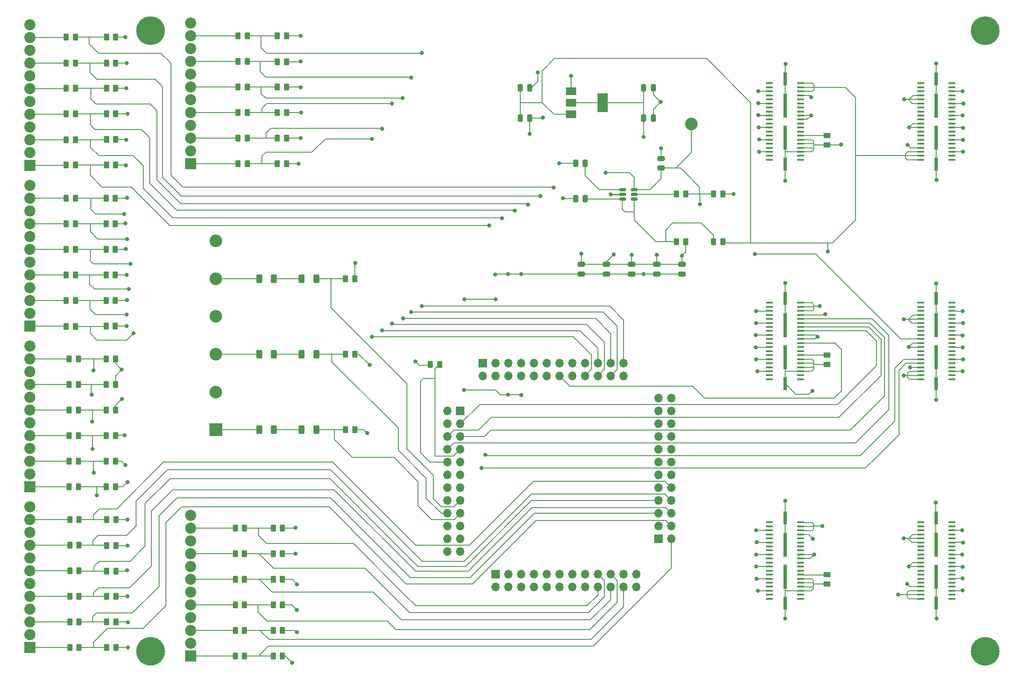
<source format=gbr>
%TF.GenerationSoftware,KiCad,Pcbnew,(6.0.11-0)*%
%TF.CreationDate,2023-06-08T09:18:10-04:00*%
%TF.ProjectId,Mux64,4d757836-342e-46b6-9963-61645f706362,rev?*%
%TF.SameCoordinates,Original*%
%TF.FileFunction,Copper,L1,Top*%
%TF.FilePolarity,Positive*%
%FSLAX46Y46*%
G04 Gerber Fmt 4.6, Leading zero omitted, Abs format (unit mm)*
G04 Created by KiCad (PCBNEW (6.0.11-0)) date 2023-06-08 09:18:10*
%MOMM*%
%LPD*%
G01*
G04 APERTURE LIST*
G04 Aperture macros list*
%AMRoundRect*
0 Rectangle with rounded corners*
0 $1 Rounding radius*
0 $2 $3 $4 $5 $6 $7 $8 $9 X,Y pos of 4 corners*
0 Add a 4 corners polygon primitive as box body*
4,1,4,$2,$3,$4,$5,$6,$7,$8,$9,$2,$3,0*
0 Add four circle primitives for the rounded corners*
1,1,$1+$1,$2,$3*
1,1,$1+$1,$4,$5*
1,1,$1+$1,$6,$7*
1,1,$1+$1,$8,$9*
0 Add four rect primitives between the rounded corners*
20,1,$1+$1,$2,$3,$4,$5,0*
20,1,$1+$1,$4,$5,$6,$7,0*
20,1,$1+$1,$6,$7,$8,$9,0*
20,1,$1+$1,$8,$9,$2,$3,0*%
G04 Aperture macros list end*
%TA.AperFunction,SMDPad,CuDef*%
%ADD10RoundRect,0.250000X0.262500X0.450000X-0.262500X0.450000X-0.262500X-0.450000X0.262500X-0.450000X0*%
%TD*%
%TA.AperFunction,ComponentPad*%
%ADD11R,2.500000X2.500000*%
%TD*%
%TA.AperFunction,ComponentPad*%
%ADD12C,2.500000*%
%TD*%
%TA.AperFunction,ComponentPad*%
%ADD13R,1.700000X1.700000*%
%TD*%
%TA.AperFunction,ComponentPad*%
%ADD14O,1.700000X1.700000*%
%TD*%
%TA.AperFunction,SMDPad,CuDef*%
%ADD15RoundRect,0.250000X0.312500X0.625000X-0.312500X0.625000X-0.312500X-0.625000X0.312500X-0.625000X0*%
%TD*%
%TA.AperFunction,SMDPad,CuDef*%
%ADD16RoundRect,0.250000X-0.250000X-0.475000X0.250000X-0.475000X0.250000X0.475000X-0.250000X0.475000X0*%
%TD*%
%TA.AperFunction,SMDPad,CuDef*%
%ADD17RoundRect,0.150000X-0.512500X-0.150000X0.512500X-0.150000X0.512500X0.150000X-0.512500X0.150000X0*%
%TD*%
%TA.AperFunction,SMDPad,CuDef*%
%ADD18RoundRect,0.250000X0.450000X-0.262500X0.450000X0.262500X-0.450000X0.262500X-0.450000X-0.262500X0*%
%TD*%
%TA.AperFunction,SMDPad,CuDef*%
%ADD19RoundRect,0.250000X0.475000X-0.250000X0.475000X0.250000X-0.475000X0.250000X-0.475000X-0.250000X0*%
%TD*%
%TA.AperFunction,SMDPad,CuDef*%
%ADD20RoundRect,0.250000X-0.262500X-0.450000X0.262500X-0.450000X0.262500X0.450000X-0.262500X0.450000X0*%
%TD*%
%TA.AperFunction,SMDPad,CuDef*%
%ADD21RoundRect,0.250000X-0.475000X0.250000X-0.475000X-0.250000X0.475000X-0.250000X0.475000X0.250000X0*%
%TD*%
%TA.AperFunction,SMDPad,CuDef*%
%ADD22RoundRect,0.250000X0.250000X0.475000X-0.250000X0.475000X-0.250000X-0.475000X0.250000X-0.475000X0*%
%TD*%
%TA.AperFunction,ComponentPad*%
%ADD23R,2.200000X2.200000*%
%TD*%
%TA.AperFunction,ComponentPad*%
%ADD24C,2.200000*%
%TD*%
%TA.AperFunction,SMDPad,CuDef*%
%ADD25R,2.000000X1.500000*%
%TD*%
%TA.AperFunction,SMDPad,CuDef*%
%ADD26R,2.000000X3.800000*%
%TD*%
%TA.AperFunction,SMDPad,CuDef*%
%ADD27R,1.450000X0.460000*%
%TD*%
%TA.AperFunction,SMDPad,CuDef*%
%ADD28R,0.640000X2.540000*%
%TD*%
%TA.AperFunction,SMDPad,CuDef*%
%ADD29R,0.640000X4.700000*%
%TD*%
%TA.AperFunction,SMDPad,CuDef*%
%ADD30C,2.500000*%
%TD*%
%TA.AperFunction,WasherPad*%
%ADD31C,5.700000*%
%TD*%
%TA.AperFunction,ViaPad*%
%ADD32C,0.800000*%
%TD*%
%TA.AperFunction,Conductor*%
%ADD33C,0.152400*%
%TD*%
%TA.AperFunction,Conductor*%
%ADD34C,0.200000*%
%TD*%
%TA.AperFunction,Conductor*%
%ADD35C,0.250000*%
%TD*%
G04 APERTURE END LIST*
D10*
%TO.P,R46,1*%
%TO.N,MUX64_A42*%
X111152500Y-147490000D03*
%TO.P,R46,2*%
%TO.N,MUX64_A33*%
X109327500Y-147490000D03*
%TD*%
%TO.P,R98,1*%
%TO.N,MUX64_A42*%
X78045000Y-29660000D03*
%TO.P,R98,2*%
%TO.N,MUX64_A19*%
X76220000Y-29660000D03*
%TD*%
%TO.P,R39,1*%
%TO.N,MUX64_A42*%
X78002500Y-118943600D03*
%TO.P,R39,2*%
%TO.N,MUX64_A26*%
X76177500Y-118943600D03*
%TD*%
D11*
%TO.P,J12,1,Pin_1*%
%TO.N,Net-(J12-Pad1)*%
X97920000Y-107640000D03*
D12*
%TO.P,J12,2,Pin_2*%
%TO.N,MUX64_A42*%
X97920000Y-100140000D03*
%TO.P,J12,3,Pin_3*%
%TO.N,Net-(J12-Pad3)*%
X97920000Y-92640000D03*
%TO.P,J12,4,Pin_4*%
%TO.N,MUX64_A42*%
X97920000Y-85140000D03*
%TO.P,J12,5,Pin_5*%
%TO.N,Net-(J12-Pad5)*%
X97920000Y-77640000D03*
%TO.P,J12,6,Pin_6*%
%TO.N,MUX64_A42*%
X97920000Y-70140000D03*
%TD*%
D13*
%TO.P,J7,1,Pin_1*%
%TO.N,unconnected-(J7-Pad1)*%
X146470000Y-103910000D03*
D14*
%TO.P,J7,2,Pin_2*%
%TO.N,B_d5*%
X143930000Y-103910000D03*
%TO.P,J7,3,Pin_3*%
%TO.N,B_d3*%
X146470000Y-106450000D03*
%TO.P,J7,4,Pin_4*%
%TO.N,B_d4*%
X143930000Y-106450000D03*
%TO.P,J7,5,Pin_5*%
%TO.N,B_d1*%
X146470000Y-108990000D03*
%TO.P,J7,6,Pin_6*%
%TO.N,B_d2*%
X143930000Y-108990000D03*
%TO.P,J7,7,Pin_7*%
%TO.N,MUX64_A0*%
X146470000Y-111530000D03*
%TO.P,J7,8,Pin_8*%
%TO.N,B_d0*%
X143930000Y-111530000D03*
%TO.P,J7,9,Pin_9*%
%TO.N,MUX64_A2*%
X146470000Y-114070000D03*
%TO.P,J7,10,Pin_10*%
%TO.N,MUX64_A0*%
X143930000Y-114070000D03*
%TO.P,J7,11,Pin_11*%
%TO.N,MUX64_A4*%
X146470000Y-116610000D03*
%TO.P,J7,12,Pin_12*%
%TO.N,MUX64_A3*%
X143930000Y-116610000D03*
%TO.P,J7,13,Pin_13*%
%TO.N,MUX64_A6*%
X146470000Y-119150000D03*
%TO.P,J7,14,Pin_14*%
%TO.N,MUX64_A5*%
X143930000Y-119150000D03*
%TO.P,J7,15,Pin_15*%
%TO.N,MUX64_A8*%
X146470000Y-121690000D03*
%TO.P,J7,16,Pin_16*%
%TO.N,MUX64_A7*%
X143930000Y-121690000D03*
%TO.P,J7,17,Pin_17*%
%TO.N,MUX64_A10*%
X146470000Y-124230000D03*
%TO.P,J7,18,Pin_18*%
%TO.N,MUX64_A9*%
X143930000Y-124230000D03*
%TO.P,J7,19,Pin_19*%
%TO.N,MUX64_A42*%
X146470000Y-126770000D03*
%TO.P,J7,20,Pin_20*%
X143930000Y-126770000D03*
%TO.P,J7,21,Pin_21*%
%TO.N,unconnected-(J7-Pad21)*%
X146470000Y-129310000D03*
%TO.P,J7,22,Pin_22*%
%TO.N,MUX64_A42*%
X143930000Y-129310000D03*
%TO.P,J7,23,Pin_23*%
X146470000Y-131850000D03*
%TO.P,J7,24,Pin_24*%
X143930000Y-131850000D03*
%TD*%
D15*
%TO.P,R22,1*%
%TO.N,Net-(R13-Pad2)*%
X109477500Y-77680000D03*
%TO.P,R22,2*%
%TO.N,Net-(J12-Pad5)*%
X106552500Y-77680000D03*
%TD*%
D16*
%TO.P,C1,1*%
%TO.N,LV_RB*%
X158370000Y-45720000D03*
%TO.P,C1,2*%
%TO.N,MUX64_A42*%
X160270000Y-45720000D03*
%TD*%
D10*
%TO.P,R108,1*%
%TO.N,MUX64_A17*%
X70052500Y-39820000D03*
%TO.P,R108,2*%
%TO.N,Net-(J18-Pad7)*%
X68227500Y-39820000D03*
%TD*%
D17*
%TO.P,U2,1,FILTER*%
%TO.N,Net-(C5-Pad1)*%
X178672500Y-59970000D03*
%TO.P,U2,2,GND*%
%TO.N,MUX64_A42*%
X178672500Y-60920000D03*
%TO.P,U2,3,EN*%
%TO.N,Net-(C6-Pad1)*%
X178672500Y-61870000D03*
%TO.P,U2,4,IN*%
X180947500Y-61870000D03*
%TO.P,U2,5,OUTS*%
%TO.N,Net-(R4-Pad1)*%
X180947500Y-60920000D03*
%TO.P,U2,6,OUTF*%
%TO.N,B_a4*%
X180947500Y-59970000D03*
%TD*%
D18*
%TO.P,R2,1*%
%TO.N,MUX64_A42*%
X219230000Y-51052500D03*
%TO.P,R2,2*%
%TO.N,/C_a3*%
X219230000Y-49227500D03*
%TD*%
D10*
%TO.P,R97,1*%
%TO.N,MUX64_A42*%
X78045000Y-34780000D03*
%TO.P,R97,2*%
%TO.N,MUX64_A20*%
X76220000Y-34780000D03*
%TD*%
%TO.P,R58,1*%
%TO.N,MUX64_A33*%
X103622500Y-147500000D03*
%TO.P,R58,2*%
%TO.N,Net-(J14-Pad3)*%
X101797500Y-147500000D03*
%TD*%
D16*
%TO.P,C3,1*%
%TO.N,1.2V*%
X182870000Y-39720000D03*
%TO.P,C3,2*%
%TO.N,MUX64_A42*%
X184770000Y-39720000D03*
%TD*%
D10*
%TO.P,R84,1*%
%TO.N,MUX64_A4*%
X70052500Y-71820000D03*
%TO.P,R84,2*%
%TO.N,Net-(J16-Pad7)*%
X68227500Y-71820000D03*
%TD*%
%TO.P,R109,1*%
%TO.N,MUX64_A20*%
X70052500Y-34790000D03*
%TO.P,R109,2*%
%TO.N,Net-(J18-Pad9)*%
X68227500Y-34790000D03*
%TD*%
%TO.P,R82,1*%
%TO.N,MUX64_A6*%
X70052500Y-81970000D03*
%TO.P,R82,2*%
%TO.N,Net-(J16-Pad3)*%
X68227500Y-81970000D03*
%TD*%
D19*
%TO.P,C12,1*%
%TO.N,1.2V*%
X170478600Y-76720000D03*
%TO.P,C12,2*%
%TO.N,MUX64_A42*%
X170478600Y-74820000D03*
%TD*%
D10*
%TO.P,R29,1*%
%TO.N,MUX64_A37*%
X70752500Y-140742800D03*
%TO.P,R29,2*%
%TO.N,Net-(J11-Pad5)*%
X68927500Y-140742800D03*
%TD*%
D15*
%TO.P,R14,1*%
%TO.N,Net-(R11-Pad2)*%
X109477500Y-107660000D03*
%TO.P,R14,2*%
%TO.N,Net-(J12-Pad1)*%
X106552500Y-107660000D03*
%TD*%
%TO.P,R12,1*%
%TO.N,MUX64_A9*%
X117867500Y-92620000D03*
%TO.P,R12,2*%
%TO.N,Net-(R12-Pad2)*%
X114942500Y-92620000D03*
%TD*%
D10*
%TO.P,R70,1*%
%TO.N,MUX64_A42*%
X77970000Y-81940000D03*
%TO.P,R70,2*%
%TO.N,MUX64_A6*%
X76145000Y-81940000D03*
%TD*%
D20*
%TO.P,R5,1*%
%TO.N,Net-(C6-Pad1)*%
X196739500Y-70317000D03*
%TO.P,R5,2*%
%TO.N,LV_RB*%
X198564500Y-70317000D03*
%TD*%
D10*
%TO.P,R92,1*%
%TO.N,MUX64_A42*%
X111952500Y-34550000D03*
%TO.P,R92,2*%
%TO.N,MUX64_A56*%
X110127500Y-34550000D03*
%TD*%
D13*
%TO.P,J8,1,Pin_1*%
%TO.N,unconnected-(J8-Pad1)*%
X153455000Y-136295000D03*
D14*
%TO.P,J8,2,Pin_2*%
%TO.N,MUX64_A42*%
X153455000Y-138835000D03*
%TO.P,J8,3,Pin_3*%
%TO.N,MUX64_A16*%
X155995000Y-136295000D03*
%TO.P,J8,4,Pin_4*%
%TO.N,MUX64_A15*%
X155995000Y-138835000D03*
%TO.P,J8,5,Pin_5*%
%TO.N,MUX64_A18*%
X158535000Y-136295000D03*
%TO.P,J8,6,Pin_6*%
%TO.N,MUX64_A17*%
X158535000Y-138835000D03*
%TO.P,J8,7,Pin_7*%
%TO.N,MUX64_A20*%
X161075000Y-136295000D03*
%TO.P,J8,8,Pin_8*%
%TO.N,MUX64_A19*%
X161075000Y-138835000D03*
%TO.P,J8,9,Pin_9*%
%TO.N,MUX64_A22*%
X163615000Y-136295000D03*
%TO.P,J8,10,Pin_10*%
%TO.N,MUX64_A21*%
X163615000Y-138835000D03*
%TO.P,J8,11,Pin_11*%
%TO.N,MUX64_A24*%
X166155000Y-136295000D03*
%TO.P,J8,12,Pin_12*%
%TO.N,MUX64_A23*%
X166155000Y-138835000D03*
%TO.P,J8,13,Pin_13*%
%TO.N,MUX64_A26*%
X168695000Y-136295000D03*
%TO.P,J8,14,Pin_14*%
%TO.N,MUX64_A25*%
X168695000Y-138835000D03*
%TO.P,J8,15,Pin_15*%
%TO.N,MUX64_A42*%
X171235000Y-136295000D03*
%TO.P,J8,16,Pin_16*%
X171235000Y-138835000D03*
%TO.P,J8,17,Pin_17*%
%TO.N,MUX64_A30*%
X173775000Y-136295000D03*
%TO.P,J8,18,Pin_18*%
%TO.N,MUX64_A29*%
X173775000Y-138835000D03*
%TO.P,J8,19,Pin_19*%
%TO.N,MUX64_A32*%
X176315000Y-136295000D03*
%TO.P,J8,20,Pin_20*%
%TO.N,MUX64_A31*%
X176315000Y-138835000D03*
%TO.P,J8,21,Pin_21*%
%TO.N,unconnected-(J8-Pad21)*%
X178855000Y-136295000D03*
%TO.P,J8,22,Pin_22*%
%TO.N,MUX64_A33*%
X178855000Y-138835000D03*
%TO.P,J8,23,Pin_23*%
%TO.N,MUX64_A42*%
X181395000Y-136295000D03*
%TO.P,J8,24,Pin_24*%
X181395000Y-138835000D03*
%TD*%
D15*
%TO.P,R11,1*%
%TO.N,MUX64_A10*%
X117867500Y-107660000D03*
%TO.P,R11,2*%
%TO.N,Net-(R11-Pad2)*%
X114942500Y-107660000D03*
%TD*%
D10*
%TO.P,R27,1*%
%TO.N,MUX64_A35*%
X70752500Y-150902800D03*
%TO.P,R27,2*%
%TO.N,Net-(J11-Pad1)*%
X68927500Y-150902800D03*
%TD*%
%TO.P,R40,1*%
%TO.N,MUX64_A42*%
X111152500Y-152550000D03*
%TO.P,R40,2*%
%TO.N,MUX64_A34*%
X109327500Y-152550000D03*
%TD*%
D21*
%TO.P,C8,1*%
%TO.N,MUX64_A42*%
X186320000Y-53770000D03*
%TO.P,C8,2*%
%TO.N,B_a4*%
X186320000Y-55670000D03*
%TD*%
D22*
%TO.P,C5,1*%
%TO.N,Net-(C5-Pad1)*%
X171270000Y-54720000D03*
%TO.P,C5,2*%
%TO.N,MUX64_A42*%
X169370000Y-54720000D03*
%TD*%
D10*
%TO.P,R64,1*%
%TO.N,MUX64_A42*%
X77970000Y-87080000D03*
%TO.P,R64,2*%
%TO.N,MUX64_A7*%
X76145000Y-87080000D03*
%TD*%
%TO.P,R48,1*%
%TO.N,MUX64_A42*%
X111152500Y-137340000D03*
%TO.P,R48,2*%
%TO.N,MUX64_A31*%
X109327500Y-137340000D03*
%TD*%
%TO.P,R16,1*%
%TO.N,MUX64_A42*%
X78112500Y-145838800D03*
%TO.P,R16,2*%
%TO.N,MUX64_A38*%
X76287500Y-145838800D03*
%TD*%
%TO.P,R28,1*%
%TO.N,MUX64_A38*%
X70752500Y-145822800D03*
%TO.P,R28,2*%
%TO.N,Net-(J11-Pad3)*%
X68927500Y-145822800D03*
%TD*%
%TO.P,R55,1*%
%TO.N,MUX64_A22*%
X70662500Y-98651000D03*
%TO.P,R55,2*%
%TO.N,Net-(J13-Pad9)*%
X68837500Y-98651000D03*
%TD*%
%TO.P,R42,1*%
%TO.N,MUX64_A42*%
X78002500Y-108825800D03*
%TO.P,R42,2*%
%TO.N,MUX64_A24*%
X76177500Y-108825800D03*
%TD*%
%TO.P,R18,1*%
%TO.N,MUX64_A42*%
X78112500Y-135704200D03*
%TO.P,R18,2*%
%TO.N,MUX64_A40*%
X76287500Y-135704200D03*
%TD*%
D23*
%TO.P,J16,1,Pin_1*%
%TO.N,Net-(J16-Pad1)*%
X61040000Y-87030000D03*
D24*
%TO.P,J16,2,Pin_2*%
%TO.N,MUX64_A42*%
X61040000Y-84490000D03*
%TO.P,J16,3,Pin_3*%
%TO.N,Net-(J16-Pad3)*%
X61040000Y-81950000D03*
%TO.P,J16,4,Pin_4*%
%TO.N,MUX64_A42*%
X61040000Y-79410000D03*
%TO.P,J16,5,Pin_5*%
%TO.N,Net-(J16-Pad5)*%
X61040000Y-76870000D03*
%TO.P,J16,6,Pin_6*%
%TO.N,MUX64_A42*%
X61040000Y-74330000D03*
%TO.P,J16,7,Pin_7*%
%TO.N,Net-(J16-Pad7)*%
X61040000Y-71790000D03*
%TO.P,J16,8,Pin_8*%
%TO.N,MUX64_A42*%
X61040000Y-69250000D03*
%TO.P,J16,9,Pin_9*%
%TO.N,Net-(J16-Pad9)*%
X61040000Y-66710000D03*
%TO.P,J16,10,Pin_10*%
%TO.N,MUX64_A42*%
X61040000Y-64170000D03*
%TO.P,J16,11,Pin_11*%
%TO.N,Net-(J16-Pad11)*%
X61040000Y-61630000D03*
%TO.P,J16,12,Pin_12*%
%TO.N,MUX64_A42*%
X61040000Y-59090000D03*
%TD*%
D25*
%TO.P,U1,1,GND*%
%TO.N,MUX64_A42*%
X168420000Y-40420000D03*
D26*
%TO.P,U1,2,Vout*%
%TO.N,1.2V*%
X174720000Y-42720000D03*
D25*
X168420000Y-42720000D03*
%TO.P,U1,3,Vin*%
%TO.N,LV_RB*%
X168420000Y-45020000D03*
%TD*%
D10*
%TO.P,R87,1*%
%TO.N,MUX64_A42*%
X111952500Y-54830000D03*
%TO.P,R87,2*%
%TO.N,MUX64_A60*%
X110127500Y-54830000D03*
%TD*%
D27*
%TO.P,J1,01,01*%
%TO.N,/A_tin0_n*%
X207860000Y-141230000D03*
%TO.P,J1,02,02*%
%TO.N,/A_scl*%
X214040000Y-141230000D03*
%TO.P,J1,03,03*%
%TO.N,/A_tin0_p*%
X207860000Y-140430000D03*
%TO.P,J1,04,04*%
%TO.N,/A_sda*%
X214040000Y-140430000D03*
%TO.P,J1,05,05*%
%TO.N,MUX64_A42*%
X207860000Y-139630000D03*
%TO.P,J1,06,06*%
X214040000Y-139630000D03*
%TO.P,J1,07,07*%
%TO.N,/A_din1_n*%
X207860000Y-138830000D03*
%TO.P,J1,08,08*%
%TO.N,MUX64_A42*%
X214040000Y-138830000D03*
%TO.P,J1,09,09*%
%TO.N,/A_din1_p*%
X207860000Y-138030000D03*
%TO.P,J1,10,10*%
%TO.N,MUX64_A42*%
X214040000Y-138030000D03*
%TO.P,J1,11,11*%
X207860000Y-137230000D03*
%TO.P,J1,12,12*%
X214040000Y-137230000D03*
%TO.P,J1,13,13*%
%TO.N,/A_clk2_n*%
X207860000Y-136430000D03*
%TO.P,J1,14,14*%
%TO.N,/A_a3*%
X214040000Y-136430000D03*
%TO.P,J1,15,15*%
%TO.N,/A_clk2_p*%
X207860000Y-135630000D03*
%TO.P,J1,16,16*%
%TO.N,/A_a2*%
X214040000Y-135630000D03*
%TO.P,J1,17,17*%
%TO.N,MUX64_A42*%
X207860000Y-134830000D03*
%TO.P,J1,18,18*%
%TO.N,/A_a1*%
X214040000Y-134830000D03*
%TO.P,J1,19,19*%
%TO.N,/A_tin1_n*%
X207860000Y-134030000D03*
%TO.P,J1,20,20*%
%TO.N,/A_a0*%
X214040000Y-134030000D03*
%TO.P,J1,21,21*%
%TO.N,/A_tin1_p*%
X207860000Y-133230000D03*
%TO.P,J1,22,22*%
%TO.N,MUX64_A42*%
X214040000Y-133230000D03*
%TO.P,J1,23,23*%
X207860000Y-132430000D03*
%TO.P,J1,24,24*%
X214040000Y-132430000D03*
%TO.P,J1,25,25*%
%TO.N,/A_din2_n*%
X207860000Y-131630000D03*
%TO.P,J1,26,26*%
%TO.N,/A_d3*%
X214040000Y-131630000D03*
%TO.P,J1,27,27*%
%TO.N,/A_din2_p*%
X207860000Y-130830000D03*
%TO.P,J1,28,28*%
%TO.N,/A_d2*%
X214040000Y-130830000D03*
%TO.P,J1,29,29*%
%TO.N,MUX64_A42*%
X207860000Y-130030000D03*
%TO.P,J1,30,30*%
%TO.N,/A_d1*%
X214040000Y-130030000D03*
%TO.P,J1,31,31*%
%TO.N,/A_dout1_n*%
X207860000Y-129230000D03*
%TO.P,J1,32,32*%
%TO.N,/A_d0*%
X214040000Y-129230000D03*
%TO.P,J1,33,33*%
%TO.N,/A_dout1_p*%
X207860000Y-128430000D03*
%TO.P,J1,34,34*%
%TO.N,MUX64_A42*%
X214040000Y-128430000D03*
%TO.P,J1,35,35*%
X207860000Y-127630000D03*
%TO.P,J1,36,36*%
%TO.N,LV_RB*%
X214040000Y-127630000D03*
%TO.P,J1,37,37*%
%TO.N,/A_clk3_n*%
X207860000Y-126830000D03*
%TO.P,J1,38,38*%
%TO.N,LV_RB*%
X214040000Y-126830000D03*
%TO.P,J1,39,39*%
%TO.N,/A_clk3_p*%
X207860000Y-126030000D03*
%TO.P,J1,40,40*%
%TO.N,LV_RB*%
X214040000Y-126030000D03*
D28*
%TO.P,J1,G1,GND*%
%TO.N,MUX64_A42*%
X210950000Y-142075000D03*
D29*
%TO.P,J1,G2,GND*%
X210950000Y-136805000D03*
%TO.P,J1,G3,GND*%
X210950000Y-130455000D03*
D28*
%TO.P,J1,G4,GND*%
X210950000Y-125185000D03*
%TD*%
D10*
%TO.P,R90,1*%
%TO.N,MUX64_A42*%
X111952500Y-44670000D03*
%TO.P,R90,2*%
%TO.N,MUX64_A58*%
X110127500Y-44670000D03*
%TD*%
%TO.P,R106,1*%
%TO.N,MUX64_A15*%
X70052500Y-50020000D03*
%TO.P,R106,2*%
%TO.N,Net-(J18-Pad3)*%
X68227500Y-50020000D03*
%TD*%
D15*
%TO.P,R21,1*%
%TO.N,Net-(R12-Pad2)*%
X109477500Y-92620000D03*
%TO.P,R21,2*%
%TO.N,Net-(J12-Pad3)*%
X106552500Y-92620000D03*
%TD*%
D18*
%TO.P,R3,1*%
%TO.N,MUX64_A42*%
X219230000Y-94662500D03*
%TO.P,R3,2*%
%TO.N,/B_a3*%
X219230000Y-92837500D03*
%TD*%
D10*
%TO.P,R94,1*%
%TO.N,MUX64_A42*%
X78045000Y-50010000D03*
%TO.P,R94,2*%
%TO.N,MUX64_A15*%
X76220000Y-50010000D03*
%TD*%
%TO.P,R17,1*%
%TO.N,MUX64_A42*%
X78112500Y-140758800D03*
%TO.P,R17,2*%
%TO.N,MUX64_A37*%
X76287500Y-140758800D03*
%TD*%
D13*
%TO.P,J10,1,Pin_1*%
%TO.N,MUX64_A42*%
X150915000Y-94385000D03*
D14*
%TO.P,J10,2,Pin_2*%
X150915000Y-96925000D03*
%TO.P,J10,3,Pin_3*%
%TO.N,1.2V*%
X153455000Y-94385000D03*
%TO.P,J10,4,Pin_4*%
%TO.N,unconnected-(J10-Pad4)*%
X153455000Y-96925000D03*
%TO.P,J10,5,Pin_5*%
%TO.N,1.2V*%
X155995000Y-94385000D03*
%TO.P,J10,6,Pin_6*%
X155995000Y-96925000D03*
%TO.P,J10,7,Pin_7*%
X158535000Y-94385000D03*
%TO.P,J10,8,Pin_8*%
X158535000Y-96925000D03*
%TO.P,J10,9,Pin_9*%
%TO.N,MUX64_A42*%
X161075000Y-94385000D03*
%TO.P,J10,10,Pin_10*%
X161075000Y-96925000D03*
%TO.P,J10,11,Pin_11*%
X163615000Y-94385000D03*
%TO.P,J10,12,Pin_12*%
X163615000Y-96925000D03*
%TO.P,J10,13,Pin_13*%
%TO.N,B_a4*%
X166155000Y-94385000D03*
%TO.P,J10,14,Pin_14*%
%TO.N,B_a0(MUX_OUT)*%
X166155000Y-96925000D03*
%TO.P,J10,15,Pin_15*%
%TO.N,MUX64_A42*%
X168695000Y-94385000D03*
%TO.P,J10,16,Pin_16*%
X168695000Y-96925000D03*
%TO.P,J10,17,Pin_17*%
X171235000Y-94385000D03*
%TO.P,J10,18,Pin_18*%
%TO.N,MUX64_A60*%
X171235000Y-96925000D03*
%TO.P,J10,19,Pin_19*%
%TO.N,MUX64_A57*%
X173775000Y-94385000D03*
%TO.P,J10,20,Pin_20*%
%TO.N,MUX64_A58*%
X173775000Y-96925000D03*
%TO.P,J10,21,Pin_21*%
%TO.N,MUX64_A55*%
X176315000Y-94385000D03*
%TO.P,J10,22,Pin_22*%
%TO.N,MUX64_A56*%
X176315000Y-96925000D03*
%TO.P,J10,23,Pin_23*%
%TO.N,MUX64_A54*%
X178855000Y-94385000D03*
%TO.P,J10,24,Pin_24*%
%TO.N,unconnected-(J10-Pad24)*%
X178855000Y-96925000D03*
%TD*%
D23*
%TO.P,J13,1,Pin_1*%
%TO.N,Net-(J13-Pad1)*%
X61030000Y-118970000D03*
D24*
%TO.P,J13,2,Pin_2*%
%TO.N,MUX64_A42*%
X61030000Y-116430000D03*
%TO.P,J13,3,Pin_3*%
%TO.N,Net-(J13-Pad3)*%
X61030000Y-113890000D03*
%TO.P,J13,4,Pin_4*%
%TO.N,MUX64_A42*%
X61030000Y-111350000D03*
%TO.P,J13,5,Pin_5*%
%TO.N,Net-(J13-Pad5)*%
X61030000Y-108810000D03*
%TO.P,J13,6,Pin_6*%
%TO.N,MUX64_A42*%
X61030000Y-106270000D03*
%TO.P,J13,7,Pin_7*%
%TO.N,Net-(J13-Pad7)*%
X61030000Y-103730000D03*
%TO.P,J13,8,Pin_8*%
%TO.N,MUX64_A42*%
X61030000Y-101190000D03*
%TO.P,J13,9,Pin_9*%
%TO.N,Net-(J13-Pad9)*%
X61030000Y-98650000D03*
%TO.P,J13,10,Pin_10*%
%TO.N,MUX64_A42*%
X61030000Y-96110000D03*
%TO.P,J13,11,Pin_11*%
%TO.N,Net-(J13-Pad11)*%
X61030000Y-93570000D03*
%TO.P,J13,12,Pin_12*%
%TO.N,MUX64_A42*%
X61030000Y-91030000D03*
%TD*%
D30*
%TO.P,TP1,1,1*%
%TO.N,B_a4*%
X192350000Y-46930000D03*
%TD*%
D31*
%TO.P,H2,*%
%TO.N,*%
X85000000Y-151680000D03*
%TD*%
D10*
%TO.P,R59,1*%
%TO.N,MUX64_A32*%
X103622500Y-142400000D03*
%TO.P,R59,2*%
%TO.N,Net-(J14-Pad5)*%
X101797500Y-142400000D03*
%TD*%
%TO.P,R107,1*%
%TO.N,MUX64_A18*%
X70052500Y-44920000D03*
%TO.P,R107,2*%
%TO.N,Net-(J18-Pad5)*%
X68227500Y-44920000D03*
%TD*%
%TO.P,R23,1*%
%TO.N,MUX64_A0*%
X142342500Y-94670000D03*
%TO.P,R23,2*%
%TO.N,MUX64_A42*%
X140517500Y-94670000D03*
%TD*%
%TO.P,R103,1*%
%TO.N,MUX64_A56*%
X104182500Y-34520000D03*
%TO.P,R103,2*%
%TO.N,Net-(J17-Pad9)*%
X102357500Y-34520000D03*
%TD*%
%TO.P,R54,1*%
%TO.N,MUX64_A23*%
X70662500Y-103733400D03*
%TO.P,R54,2*%
%TO.N,Net-(J13-Pad7)*%
X68837500Y-103733400D03*
%TD*%
D16*
%TO.P,C2,1*%
%TO.N,LV_RB*%
X158370000Y-39720000D03*
%TO.P,C2,2*%
%TO.N,MUX64_A42*%
X160270000Y-39720000D03*
%TD*%
D10*
%TO.P,R32,1*%
%TO.N,MUX64_A41*%
X70752500Y-125502800D03*
%TO.P,R32,2*%
%TO.N,Net-(J11-Pad11)*%
X68927500Y-125502800D03*
%TD*%
%TO.P,R57,1*%
%TO.N,MUX64_A34*%
X103622500Y-152560000D03*
%TO.P,R57,2*%
%TO.N,Net-(J14-Pad1)*%
X101797500Y-152560000D03*
%TD*%
D19*
%TO.P,C9,1*%
%TO.N,1.2V*%
X185490000Y-76720000D03*
%TO.P,C9,2*%
%TO.N,MUX64_A42*%
X185490000Y-74820000D03*
%TD*%
D10*
%TO.P,R8,1*%
%TO.N,MUX64_A42*%
X125527500Y-107660000D03*
%TO.P,R8,2*%
%TO.N,MUX64_A10*%
X123702500Y-107660000D03*
%TD*%
D23*
%TO.P,J11,1,Pin_1*%
%TO.N,Net-(J11-Pad1)*%
X61022500Y-150901000D03*
D24*
%TO.P,J11,2,Pin_2*%
%TO.N,MUX64_A42*%
X61022500Y-148361000D03*
%TO.P,J11,3,Pin_3*%
%TO.N,Net-(J11-Pad3)*%
X61022500Y-145821000D03*
%TO.P,J11,4,Pin_4*%
%TO.N,MUX64_A42*%
X61022500Y-143281000D03*
%TO.P,J11,5,Pin_5*%
%TO.N,Net-(J11-Pad5)*%
X61022500Y-140741000D03*
%TO.P,J11,6,Pin_6*%
%TO.N,MUX64_A42*%
X61022500Y-138201000D03*
%TO.P,J11,7,Pin_7*%
%TO.N,Net-(J11-Pad7)*%
X61022500Y-135661000D03*
%TO.P,J11,8,Pin_8*%
%TO.N,MUX64_A42*%
X61022500Y-133121000D03*
%TO.P,J11,9,Pin_9*%
%TO.N,Net-(J11-Pad9)*%
X61022500Y-130581000D03*
%TO.P,J11,10,Pin_10*%
%TO.N,MUX64_A42*%
X61022500Y-128041000D03*
%TO.P,J11,11,Pin_11*%
%TO.N,Net-(J11-Pad11)*%
X61022500Y-125501000D03*
%TO.P,J11,12,Pin_12*%
%TO.N,MUX64_A42*%
X61022500Y-122961000D03*
%TD*%
D10*
%TO.P,R60,1*%
%TO.N,MUX64_A31*%
X103622500Y-137350000D03*
%TO.P,R60,2*%
%TO.N,Net-(J14-Pad7)*%
X101797500Y-137350000D03*
%TD*%
%TO.P,R15,1*%
%TO.N,MUX64_A42*%
X78112500Y-150918800D03*
%TO.P,R15,2*%
%TO.N,MUX64_A35*%
X76287500Y-150918800D03*
%TD*%
D19*
%TO.P,C7,1*%
%TO.N,1.2V*%
X190493800Y-76720000D03*
%TO.P,C7,2*%
%TO.N,MUX64_A42*%
X190493800Y-74820000D03*
%TD*%
D10*
%TO.P,R85,1*%
%TO.N,MUX64_A3*%
X70052500Y-66740000D03*
%TO.P,R85,2*%
%TO.N,Net-(J16-Pad9)*%
X68227500Y-66740000D03*
%TD*%
%TO.P,R50,1*%
%TO.N,MUX64_A42*%
X111152500Y-127160000D03*
%TO.P,R50,2*%
%TO.N,MUX64_A29*%
X109327500Y-127160000D03*
%TD*%
D19*
%TO.P,C10,1*%
%TO.N,1.2V*%
X180486200Y-76720000D03*
%TO.P,C10,2*%
%TO.N,MUX64_A42*%
X180486200Y-74820000D03*
%TD*%
D31*
%TO.P,H1,*%
%TO.N,*%
X250700000Y-151680000D03*
%TD*%
D10*
%TO.P,R30,1*%
%TO.N,MUX64_A40*%
X70752500Y-135688200D03*
%TO.P,R30,2*%
%TO.N,Net-(J11-Pad7)*%
X68927500Y-135688200D03*
%TD*%
%TO.P,R62,1*%
%TO.N,MUX64_A29*%
X103622500Y-127170000D03*
%TO.P,R62,2*%
%TO.N,Net-(J14-Pad11)*%
X101797500Y-127170000D03*
%TD*%
D20*
%TO.P,R6,1*%
%TO.N,Net-(C6-Pad1)*%
X189398900Y-70317000D03*
%TO.P,R6,2*%
%TO.N,MUX64_A42*%
X191223900Y-70317000D03*
%TD*%
D10*
%TO.P,R99,1*%
%TO.N,MUX64_A60*%
X104182500Y-54800000D03*
%TO.P,R99,2*%
%TO.N,Net-(J17-Pad1)*%
X102357500Y-54800000D03*
%TD*%
%TO.P,R20,1*%
%TO.N,MUX64_A42*%
X78112500Y-125518800D03*
%TO.P,R20,2*%
%TO.N,MUX64_A41*%
X76287500Y-125518800D03*
%TD*%
D15*
%TO.P,R13,1*%
%TO.N,MUX64_A8*%
X117867500Y-77680000D03*
%TO.P,R13,2*%
%TO.N,Net-(R13-Pad2)*%
X114942500Y-77680000D03*
%TD*%
D10*
%TO.P,R61,1*%
%TO.N,MUX64_A30*%
X103622500Y-132240000D03*
%TO.P,R61,2*%
%TO.N,Net-(J14-Pad9)*%
X101797500Y-132240000D03*
%TD*%
D19*
%TO.P,C11,1*%
%TO.N,1.2V*%
X175482400Y-76720000D03*
%TO.P,C11,2*%
%TO.N,MUX64_A42*%
X175482400Y-74820000D03*
%TD*%
D10*
%TO.P,R95,1*%
%TO.N,MUX64_A42*%
X78045000Y-44910000D03*
%TO.P,R95,2*%
%TO.N,MUX64_A18*%
X76220000Y-44910000D03*
%TD*%
%TO.P,R71,1*%
%TO.N,MUX64_A42*%
X77970000Y-76870000D03*
%TO.P,R71,2*%
%TO.N,MUX64_A5*%
X76145000Y-76870000D03*
%TD*%
%TO.P,R53,1*%
%TO.N,MUX64_A24*%
X70662500Y-108825800D03*
%TO.P,R53,2*%
%TO.N,Net-(J13-Pad5)*%
X68837500Y-108825800D03*
%TD*%
D23*
%TO.P,J18,1,Pin_1*%
%TO.N,Net-(J18-Pad1)*%
X61050000Y-55100000D03*
D24*
%TO.P,J18,2,Pin_2*%
%TO.N,MUX64_A42*%
X61050000Y-52560000D03*
%TO.P,J18,3,Pin_3*%
%TO.N,Net-(J18-Pad3)*%
X61050000Y-50020000D03*
%TO.P,J18,4,Pin_4*%
%TO.N,MUX64_A42*%
X61050000Y-47480000D03*
%TO.P,J18,5,Pin_5*%
%TO.N,Net-(J18-Pad5)*%
X61050000Y-44940000D03*
%TO.P,J18,6,Pin_6*%
%TO.N,MUX64_A42*%
X61050000Y-42400000D03*
%TO.P,J18,7,Pin_7*%
%TO.N,Net-(J18-Pad7)*%
X61050000Y-39860000D03*
%TO.P,J18,8,Pin_8*%
%TO.N,MUX64_A42*%
X61050000Y-37320000D03*
%TO.P,J18,9,Pin_9*%
%TO.N,Net-(J18-Pad9)*%
X61050000Y-34780000D03*
%TO.P,J18,10,Pin_10*%
%TO.N,MUX64_A42*%
X61050000Y-32240000D03*
%TO.P,J18,11,Pin_11*%
%TO.N,Net-(J18-Pad11)*%
X61050000Y-29700000D03*
%TO.P,J18,12,Pin_12*%
%TO.N,MUX64_A42*%
X61050000Y-27160000D03*
%TD*%
D27*
%TO.P,J4,01,01*%
%TO.N,LV_RB*%
X237860000Y-54030000D03*
%TO.P,J4,02,02*%
%TO.N,/C_clk1_p*%
X244040000Y-54030000D03*
%TO.P,J4,03,03*%
%TO.N,LV_RB*%
X237860000Y-53230000D03*
%TO.P,J4,04,04*%
%TO.N,/C_clk1_0*%
X244040000Y-53230000D03*
%TO.P,J4,05,05*%
%TO.N,LV_RB*%
X237860000Y-52430000D03*
%TO.P,J4,06,06*%
%TO.N,MUX64_A42*%
X244040000Y-52430000D03*
%TO.P,J4,07,07*%
X237860000Y-51630000D03*
%TO.P,J4,08,08*%
%TO.N,/C_dout0_p*%
X244040000Y-51630000D03*
%TO.P,J4,09,09*%
%TO.N,/C_d4*%
X237860000Y-50830000D03*
%TO.P,J4,10,10*%
%TO.N,/C_dout0_n*%
X244040000Y-50830000D03*
%TO.P,J4,11,11*%
%TO.N,/C_d5*%
X237860000Y-50030000D03*
%TO.P,J4,12,12*%
%TO.N,MUX64_A42*%
X244040000Y-50030000D03*
%TO.P,J4,13,13*%
%TO.N,/C_d6*%
X237860000Y-49230000D03*
%TO.P,J4,14,14*%
%TO.N,/C_din3_n*%
X244040000Y-49230000D03*
%TO.P,J4,15,15*%
%TO.N,/C_d7*%
X237860000Y-48430000D03*
%TO.P,J4,16,16*%
%TO.N,/C_din3_p*%
X244040000Y-48430000D03*
%TO.P,J4,17,17*%
%TO.N,MUX64_A42*%
X237860000Y-47630000D03*
%TO.P,J4,18,18*%
X244040000Y-47630000D03*
%TO.P,J4,19,19*%
X237860000Y-46830000D03*
%TO.P,J4,20,20*%
%TO.N,/C_tin3_p*%
X244040000Y-46830000D03*
%TO.P,J4,21,21*%
%TO.N,/C_a4*%
X237860000Y-46030000D03*
%TO.P,J4,22,22*%
%TO.N,/C_tin3_n*%
X244040000Y-46030000D03*
%TO.P,J4,23,23*%
%TO.N,/C_a5*%
X237860000Y-45230000D03*
%TO.P,J4,24,24*%
%TO.N,MUX64_A42*%
X244040000Y-45230000D03*
%TO.P,J4,25,25*%
%TO.N,/C_a6*%
X237860000Y-44430000D03*
%TO.P,J4,26,26*%
%TO.N,/C_clk0_p*%
X244040000Y-44430000D03*
%TO.P,J4,27,27*%
%TO.N,/C_a7*%
X237860000Y-43630000D03*
%TO.P,J4,28,28*%
%TO.N,/C_clk0_n*%
X244040000Y-43630000D03*
%TO.P,J4,29,29*%
%TO.N,MUX64_A42*%
X237860000Y-42830000D03*
%TO.P,J4,30,30*%
X244040000Y-42830000D03*
%TO.P,J4,31,31*%
X237860000Y-42030000D03*
%TO.P,J4,32,32*%
%TO.N,/C_din0_n*%
X244040000Y-42030000D03*
%TO.P,J4,33,33*%
%TO.N,MUX64_A42*%
X237860000Y-41230000D03*
%TO.P,J4,34,34*%
%TO.N,/C_din0_p*%
X244040000Y-41230000D03*
%TO.P,J4,35,35*%
%TO.N,/C_addr4*%
X237860000Y-40430000D03*
%TO.P,J4,36,36*%
%TO.N,MUX64_A42*%
X244040000Y-40430000D03*
%TO.P,J4,37,37*%
%TO.N,/C_addr3*%
X237860000Y-39630000D03*
%TO.P,J4,38,38*%
%TO.N,/C_tin2_p*%
X244040000Y-39630000D03*
%TO.P,J4,39,39*%
%TO.N,/C_addr2*%
X237860000Y-38830000D03*
%TO.P,J4,40,40*%
%TO.N,/C_tin2_n*%
X244040000Y-38830000D03*
D28*
%TO.P,J4,G1,GND*%
%TO.N,MUX64_A42*%
X240950000Y-54875000D03*
D29*
%TO.P,J4,G2,GND*%
X240950000Y-49605000D03*
%TO.P,J4,G3,GND*%
X240950000Y-43255000D03*
D28*
%TO.P,J4,G4,GND*%
X240950000Y-37985000D03*
%TD*%
D10*
%TO.P,R91,1*%
%TO.N,MUX64_A42*%
X111952500Y-39560000D03*
%TO.P,R91,2*%
%TO.N,MUX64_A55*%
X110127500Y-39560000D03*
%TD*%
%TO.P,R73,1*%
%TO.N,MUX64_A42*%
X77970000Y-66710000D03*
%TO.P,R73,2*%
%TO.N,MUX64_A3*%
X76145000Y-66710000D03*
%TD*%
%TO.P,R93,1*%
%TO.N,MUX64_A42*%
X111952500Y-29410000D03*
%TO.P,R93,2*%
%TO.N,MUX64_A54*%
X110127500Y-29410000D03*
%TD*%
%TO.P,R43,1*%
%TO.N,MUX64_A42*%
X78002500Y-103733400D03*
%TO.P,R43,2*%
%TO.N,MUX64_A23*%
X76177500Y-103733400D03*
%TD*%
%TO.P,R10,1*%
%TO.N,MUX64_A42*%
X125527500Y-77680000D03*
%TO.P,R10,2*%
%TO.N,MUX64_A8*%
X123702500Y-77680000D03*
%TD*%
%TO.P,R45,1*%
%TO.N,MUX64_A42*%
X78002500Y-93554200D03*
%TO.P,R45,2*%
%TO.N,MUX64_A21*%
X76177500Y-93554200D03*
%TD*%
%TO.P,R102,1*%
%TO.N,MUX64_A55*%
X104182500Y-39530000D03*
%TO.P,R102,2*%
%TO.N,Net-(J17-Pad7)*%
X102357500Y-39530000D03*
%TD*%
D23*
%TO.P,J14,1,Pin_1*%
%TO.N,Net-(J14-Pad1)*%
X92920000Y-152570000D03*
D24*
%TO.P,J14,2,Pin_2*%
%TO.N,MUX64_A42*%
X92920000Y-150030000D03*
%TO.P,J14,3,Pin_3*%
%TO.N,Net-(J14-Pad3)*%
X92920000Y-147490000D03*
%TO.P,J14,4,Pin_4*%
%TO.N,MUX64_A42*%
X92920000Y-144950000D03*
%TO.P,J14,5,Pin_5*%
%TO.N,Net-(J14-Pad5)*%
X92920000Y-142410000D03*
%TO.P,J14,6,Pin_6*%
%TO.N,MUX64_A42*%
X92920000Y-139870000D03*
%TO.P,J14,7,Pin_7*%
%TO.N,Net-(J14-Pad7)*%
X92920000Y-137330000D03*
%TO.P,J14,8,Pin_8*%
%TO.N,MUX64_A42*%
X92920000Y-134790000D03*
%TO.P,J14,9,Pin_9*%
%TO.N,Net-(J14-Pad9)*%
X92920000Y-132250000D03*
%TO.P,J14,10,Pin_10*%
%TO.N,MUX64_A42*%
X92920000Y-129710000D03*
%TO.P,J14,11,Pin_11*%
%TO.N,Net-(J14-Pad11)*%
X92920000Y-127170000D03*
%TO.P,J14,12,Pin_12*%
%TO.N,MUX64_A42*%
X92920000Y-124630000D03*
%TD*%
D23*
%TO.P,J17,1,Pin_1*%
%TO.N,Net-(J17-Pad1)*%
X92920000Y-54800000D03*
D24*
%TO.P,J17,2,Pin_2*%
%TO.N,MUX64_A42*%
X92920000Y-52260000D03*
%TO.P,J17,3,Pin_3*%
%TO.N,Net-(J17-Pad3)*%
X92920000Y-49720000D03*
%TO.P,J17,4,Pin_4*%
%TO.N,MUX64_A42*%
X92920000Y-47180000D03*
%TO.P,J17,5,Pin_5*%
%TO.N,Net-(J17-Pad5)*%
X92920000Y-44640000D03*
%TO.P,J17,6,Pin_6*%
%TO.N,MUX64_A42*%
X92920000Y-42100000D03*
%TO.P,J17,7,Pin_7*%
%TO.N,Net-(J17-Pad7)*%
X92920000Y-39560000D03*
%TO.P,J17,8,Pin_8*%
%TO.N,MUX64_A42*%
X92920000Y-37020000D03*
%TO.P,J17,9,Pin_9*%
%TO.N,Net-(J17-Pad9)*%
X92920000Y-34480000D03*
%TO.P,J17,10,Pin_10*%
%TO.N,MUX64_A42*%
X92920000Y-31940000D03*
%TO.P,J17,11,Pin_11*%
%TO.N,Net-(J17-Pad11)*%
X92920000Y-29400000D03*
%TO.P,J17,12,Pin_12*%
%TO.N,MUX64_A42*%
X92920000Y-26860000D03*
%TD*%
D10*
%TO.P,R110,1*%
%TO.N,MUX64_A19*%
X70052500Y-29670000D03*
%TO.P,R110,2*%
%TO.N,Net-(J18-Pad11)*%
X68227500Y-29670000D03*
%TD*%
%TO.P,R96,1*%
%TO.N,MUX64_A42*%
X78045000Y-39810000D03*
%TO.P,R96,2*%
%TO.N,MUX64_A17*%
X76220000Y-39810000D03*
%TD*%
D27*
%TO.P,J5,01,01*%
%TO.N,/B_tin0_n*%
X207860000Y-97630000D03*
%TO.P,J5,02,02*%
%TO.N,/scl*%
X214040000Y-97630000D03*
%TO.P,J5,03,03*%
%TO.N,/B_tin0_p*%
X207860000Y-96830000D03*
%TO.P,J5,04,04*%
%TO.N,/sda*%
X214040000Y-96830000D03*
%TO.P,J5,05,05*%
%TO.N,MUX64_A42*%
X207860000Y-96030000D03*
%TO.P,J5,06,06*%
X214040000Y-96030000D03*
%TO.P,J5,07,07*%
%TO.N,/B_din1_n*%
X207860000Y-95230000D03*
%TO.P,J5,08,08*%
%TO.N,MUX64_A42*%
X214040000Y-95230000D03*
%TO.P,J5,09,09*%
%TO.N,/B_din1_p*%
X207860000Y-94430000D03*
%TO.P,J5,10,10*%
%TO.N,MUX64_A42*%
X214040000Y-94430000D03*
%TO.P,J5,11,11*%
X207860000Y-93630000D03*
%TO.P,J5,12,12*%
X214040000Y-93630000D03*
%TO.P,J5,13,13*%
%TO.N,/B_clk2_n*%
X207860000Y-92830000D03*
%TO.P,J5,14,14*%
%TO.N,/B_a3*%
X214040000Y-92830000D03*
%TO.P,J5,15,15*%
%TO.N,/B_clk2_p*%
X207860000Y-92030000D03*
%TO.P,J5,16,16*%
%TO.N,/B_a2*%
X214040000Y-92030000D03*
%TO.P,J5,17,17*%
%TO.N,MUX64_A42*%
X207860000Y-91230000D03*
%TO.P,J5,18,18*%
%TO.N,/B_a1*%
X214040000Y-91230000D03*
%TO.P,J5,19,19*%
%TO.N,/B_tin1_n*%
X207860000Y-90430000D03*
%TO.P,J5,20,20*%
%TO.N,B_a0(MUX_OUT)*%
X214040000Y-90430000D03*
%TO.P,J5,21,21*%
%TO.N,/B_tin1_p*%
X207860000Y-89630000D03*
%TO.P,J5,22,22*%
%TO.N,MUX64_A42*%
X214040000Y-89630000D03*
%TO.P,J5,23,23*%
X207860000Y-88830000D03*
%TO.P,J5,24,24*%
X214040000Y-88830000D03*
%TO.P,J5,25,25*%
%TO.N,/B_din2_n*%
X207860000Y-88030000D03*
%TO.P,J5,26,26*%
%TO.N,B_d3*%
X214040000Y-88030000D03*
%TO.P,J5,27,27*%
%TO.N,/B_din2_p*%
X207860000Y-87230000D03*
%TO.P,J5,28,28*%
%TO.N,B_d2*%
X214040000Y-87230000D03*
%TO.P,J5,29,29*%
%TO.N,MUX64_A42*%
X207860000Y-86430000D03*
%TO.P,J5,30,30*%
%TO.N,B_d1*%
X214040000Y-86430000D03*
%TO.P,J5,31,31*%
%TO.N,/B_dout1_n*%
X207860000Y-85630000D03*
%TO.P,J5,32,32*%
%TO.N,B_d0*%
X214040000Y-85630000D03*
%TO.P,J5,33,33*%
%TO.N,/B_dout1_p*%
X207860000Y-84830000D03*
%TO.P,J5,34,34*%
%TO.N,MUX64_A42*%
X214040000Y-84830000D03*
%TO.P,J5,35,35*%
X207860000Y-84030000D03*
%TO.P,J5,36,36*%
%TO.N,LV_RB*%
X214040000Y-84030000D03*
%TO.P,J5,37,37*%
%TO.N,/B_clk3_n*%
X207860000Y-83230000D03*
%TO.P,J5,38,38*%
%TO.N,LV_RB*%
X214040000Y-83230000D03*
%TO.P,J5,39,39*%
%TO.N,/B_clk3_p*%
X207860000Y-82430000D03*
%TO.P,J5,40,40*%
%TO.N,LV_RB*%
X214040000Y-82430000D03*
D28*
%TO.P,J5,G1,GND*%
%TO.N,MUX64_A42*%
X210950000Y-98475000D03*
D29*
%TO.P,J5,G2,GND*%
X210950000Y-93205000D03*
%TO.P,J5,G3,GND*%
X210950000Y-86855000D03*
D28*
%TO.P,J5,G4,GND*%
X210950000Y-81585000D03*
%TD*%
D27*
%TO.P,J6,01,01*%
%TO.N,LV_RB*%
X237860000Y-97630000D03*
%TO.P,J6,02,02*%
%TO.N,/B_clk1_p*%
X244040000Y-97630000D03*
%TO.P,J6,03,03*%
%TO.N,LV_RB*%
X237860000Y-96830000D03*
%TO.P,J6,04,04*%
%TO.N,/B_clk1_0*%
X244040000Y-96830000D03*
%TO.P,J6,05,05*%
%TO.N,LV_RB*%
X237860000Y-96030000D03*
%TO.P,J6,06,06*%
%TO.N,MUX64_A42*%
X244040000Y-96030000D03*
%TO.P,J6,07,07*%
X237860000Y-95230000D03*
%TO.P,J6,08,08*%
%TO.N,/B_dout0_p*%
X244040000Y-95230000D03*
%TO.P,J6,09,09*%
%TO.N,B_d4*%
X237860000Y-94430000D03*
%TO.P,J6,10,10*%
%TO.N,/B_dout0_n*%
X244040000Y-94430000D03*
%TO.P,J6,11,11*%
%TO.N,B_d5*%
X237860000Y-93630000D03*
%TO.P,J6,12,12*%
%TO.N,MUX64_A42*%
X244040000Y-93630000D03*
%TO.P,J6,13,13*%
%TO.N,/B_d6*%
X237860000Y-92830000D03*
%TO.P,J6,14,14*%
%TO.N,/B_din3_n*%
X244040000Y-92830000D03*
%TO.P,J6,15,15*%
%TO.N,/B_d7*%
X237860000Y-92030000D03*
%TO.P,J6,16,16*%
%TO.N,/B_din3_p*%
X244040000Y-92030000D03*
%TO.P,J6,17,17*%
%TO.N,MUX64_A42*%
X237860000Y-91230000D03*
%TO.P,J6,18,18*%
X244040000Y-91230000D03*
%TO.P,J6,19,19*%
X237860000Y-90430000D03*
%TO.P,J6,20,20*%
%TO.N,/B_tin3_p*%
X244040000Y-90430000D03*
%TO.P,J6,21,21*%
%TO.N,B_a4*%
X237860000Y-89630000D03*
%TO.P,J6,22,22*%
%TO.N,/B_tin3_n*%
X244040000Y-89630000D03*
%TO.P,J6,23,23*%
%TO.N,/B_a5*%
X237860000Y-88830000D03*
%TO.P,J6,24,24*%
%TO.N,MUX64_A42*%
X244040000Y-88830000D03*
%TO.P,J6,25,25*%
%TO.N,/B_a6*%
X237860000Y-88030000D03*
%TO.P,J6,26,26*%
%TO.N,/B_clk0_p*%
X244040000Y-88030000D03*
%TO.P,J6,27,27*%
%TO.N,/B_a7*%
X237860000Y-87230000D03*
%TO.P,J6,28,28*%
%TO.N,/B_clk0_n*%
X244040000Y-87230000D03*
%TO.P,J6,29,29*%
%TO.N,MUX64_A42*%
X237860000Y-86430000D03*
%TO.P,J6,30,30*%
X244040000Y-86430000D03*
%TO.P,J6,31,31*%
X237860000Y-85630000D03*
%TO.P,J6,32,32*%
%TO.N,/B_din0_n*%
X244040000Y-85630000D03*
%TO.P,J6,33,33*%
%TO.N,MUX64_A42*%
X237860000Y-84830000D03*
%TO.P,J6,34,34*%
%TO.N,/B_din0_p*%
X244040000Y-84830000D03*
%TO.P,J6,35,35*%
%TO.N,/B_addr4*%
X237860000Y-84030000D03*
%TO.P,J6,36,36*%
%TO.N,MUX64_A42*%
X244040000Y-84030000D03*
%TO.P,J6,37,37*%
%TO.N,/B_addr3*%
X237860000Y-83230000D03*
%TO.P,J6,38,38*%
%TO.N,/B_tin2_p*%
X244040000Y-83230000D03*
%TO.P,J6,39,39*%
%TO.N,/B_addr2*%
X237860000Y-82430000D03*
%TO.P,J6,40,40*%
%TO.N,/B_tin2_n*%
X244040000Y-82430000D03*
D28*
%TO.P,J6,G1,GND*%
%TO.N,MUX64_A42*%
X240950000Y-98475000D03*
D29*
%TO.P,J6,G2,GND*%
X240950000Y-93205000D03*
%TO.P,J6,G3,GND*%
X240950000Y-86855000D03*
D28*
%TO.P,J6,G4,GND*%
X240950000Y-81585000D03*
%TD*%
D10*
%TO.P,R9,1*%
%TO.N,MUX64_A42*%
X125527500Y-92620000D03*
%TO.P,R9,2*%
%TO.N,MUX64_A9*%
X123702500Y-92620000D03*
%TD*%
%TO.P,R74,1*%
%TO.N,MUX64_A42*%
X77970000Y-61620000D03*
%TO.P,R74,2*%
%TO.N,MUX64_A2*%
X76145000Y-61620000D03*
%TD*%
%TO.P,R41,1*%
%TO.N,MUX64_A42*%
X78002500Y-113889000D03*
%TO.P,R41,2*%
%TO.N,MUX64_A25*%
X76177500Y-113889000D03*
%TD*%
%TO.P,R51,1*%
%TO.N,MUX64_A26*%
X70662500Y-118943600D03*
%TO.P,R51,2*%
%TO.N,Net-(J13-Pad1)*%
X68837500Y-118943600D03*
%TD*%
D27*
%TO.P,J2,01,01*%
%TO.N,/C_tin0_n*%
X207860000Y-54030000D03*
%TO.P,J2,02,02*%
%TO.N,/C_scl*%
X214040000Y-54030000D03*
%TO.P,J2,03,03*%
%TO.N,/C_tin0_p*%
X207860000Y-53230000D03*
%TO.P,J2,04,04*%
%TO.N,/C_sda*%
X214040000Y-53230000D03*
%TO.P,J2,05,05*%
%TO.N,MUX64_A42*%
X207860000Y-52430000D03*
%TO.P,J2,06,06*%
X214040000Y-52430000D03*
%TO.P,J2,07,07*%
%TO.N,/C_din1_n*%
X207860000Y-51630000D03*
%TO.P,J2,08,08*%
%TO.N,MUX64_A42*%
X214040000Y-51630000D03*
%TO.P,J2,09,09*%
%TO.N,/C_din1_p*%
X207860000Y-50830000D03*
%TO.P,J2,10,10*%
%TO.N,MUX64_A42*%
X214040000Y-50830000D03*
%TO.P,J2,11,11*%
X207860000Y-50030000D03*
%TO.P,J2,12,12*%
X214040000Y-50030000D03*
%TO.P,J2,13,13*%
%TO.N,/C_clk2_n*%
X207860000Y-49230000D03*
%TO.P,J2,14,14*%
%TO.N,/C_a3*%
X214040000Y-49230000D03*
%TO.P,J2,15,15*%
%TO.N,/C_clk2_p*%
X207860000Y-48430000D03*
%TO.P,J2,16,16*%
%TO.N,/C_a2*%
X214040000Y-48430000D03*
%TO.P,J2,17,17*%
%TO.N,MUX64_A42*%
X207860000Y-47630000D03*
%TO.P,J2,18,18*%
%TO.N,/C_a1*%
X214040000Y-47630000D03*
%TO.P,J2,19,19*%
%TO.N,/C_tin1_n*%
X207860000Y-46830000D03*
%TO.P,J2,20,20*%
%TO.N,/C_a0*%
X214040000Y-46830000D03*
%TO.P,J2,21,21*%
%TO.N,/C_tin1_p*%
X207860000Y-46030000D03*
%TO.P,J2,22,22*%
%TO.N,MUX64_A42*%
X214040000Y-46030000D03*
%TO.P,J2,23,23*%
X207860000Y-45230000D03*
%TO.P,J2,24,24*%
X214040000Y-45230000D03*
%TO.P,J2,25,25*%
%TO.N,/C_din2_n*%
X207860000Y-44430000D03*
%TO.P,J2,26,26*%
%TO.N,/C_d3*%
X214040000Y-44430000D03*
%TO.P,J2,27,27*%
%TO.N,/C_din2_p*%
X207860000Y-43630000D03*
%TO.P,J2,28,28*%
%TO.N,/C_d2*%
X214040000Y-43630000D03*
%TO.P,J2,29,29*%
%TO.N,MUX64_A42*%
X207860000Y-42830000D03*
%TO.P,J2,30,30*%
%TO.N,/C_d1*%
X214040000Y-42830000D03*
%TO.P,J2,31,31*%
%TO.N,/C_dout1_n*%
X207860000Y-42030000D03*
%TO.P,J2,32,32*%
%TO.N,/C_d0*%
X214040000Y-42030000D03*
%TO.P,J2,33,33*%
%TO.N,/C_dout1_p*%
X207860000Y-41230000D03*
%TO.P,J2,34,34*%
%TO.N,MUX64_A42*%
X214040000Y-41230000D03*
%TO.P,J2,35,35*%
X207860000Y-40430000D03*
%TO.P,J2,36,36*%
%TO.N,LV_RB*%
X214040000Y-40430000D03*
%TO.P,J2,37,37*%
%TO.N,/C_clk3_n*%
X207860000Y-39630000D03*
%TO.P,J2,38,38*%
%TO.N,LV_RB*%
X214040000Y-39630000D03*
%TO.P,J2,39,39*%
%TO.N,/C_clk3_p*%
X207860000Y-38830000D03*
%TO.P,J2,40,40*%
%TO.N,LV_RB*%
X214040000Y-38830000D03*
D28*
%TO.P,J2,G1,GND*%
%TO.N,MUX64_A42*%
X210950000Y-54875000D03*
D29*
%TO.P,J2,G2,GND*%
X210950000Y-49605000D03*
%TO.P,J2,G3,GND*%
X210950000Y-43255000D03*
D28*
%TO.P,J2,G4,GND*%
X210950000Y-37985000D03*
%TD*%
D10*
%TO.P,R52,1*%
%TO.N,MUX64_A25*%
X70662500Y-113889000D03*
%TO.P,R52,2*%
%TO.N,Net-(J13-Pad3)*%
X68837500Y-113889000D03*
%TD*%
D27*
%TO.P,J3,01,01*%
%TO.N,LV_RB*%
X237860000Y-141230000D03*
%TO.P,J3,02,02*%
%TO.N,/A_clk1_p*%
X244040000Y-141230000D03*
%TO.P,J3,03,03*%
%TO.N,LV_RB*%
X237860000Y-140430000D03*
%TO.P,J3,04,04*%
%TO.N,/A_clk1_0*%
X244040000Y-140430000D03*
%TO.P,J3,05,05*%
%TO.N,LV_RB*%
X237860000Y-139630000D03*
%TO.P,J3,06,06*%
%TO.N,MUX64_A42*%
X244040000Y-139630000D03*
%TO.P,J3,07,07*%
X237860000Y-138830000D03*
%TO.P,J3,08,08*%
%TO.N,/A_dout0_p*%
X244040000Y-138830000D03*
%TO.P,J3,09,09*%
%TO.N,/A_d4*%
X237860000Y-138030000D03*
%TO.P,J3,10,10*%
%TO.N,/A_dout0_n*%
X244040000Y-138030000D03*
%TO.P,J3,11,11*%
%TO.N,/A_d5*%
X237860000Y-137230000D03*
%TO.P,J3,12,12*%
%TO.N,MUX64_A42*%
X244040000Y-137230000D03*
%TO.P,J3,13,13*%
%TO.N,/A_d6*%
X237860000Y-136430000D03*
%TO.P,J3,14,14*%
%TO.N,/A_din3_n*%
X244040000Y-136430000D03*
%TO.P,J3,15,15*%
%TO.N,/A_d7*%
X237860000Y-135630000D03*
%TO.P,J3,16,16*%
%TO.N,/A_din3_p*%
X244040000Y-135630000D03*
%TO.P,J3,17,17*%
%TO.N,MUX64_A42*%
X237860000Y-134830000D03*
%TO.P,J3,18,18*%
X244040000Y-134830000D03*
%TO.P,J3,19,19*%
X237860000Y-134030000D03*
%TO.P,J3,20,20*%
%TO.N,/A_tin3_p*%
X244040000Y-134030000D03*
%TO.P,J3,21,21*%
%TO.N,/A_a4*%
X237860000Y-133230000D03*
%TO.P,J3,22,22*%
%TO.N,/A_tin3_n*%
X244040000Y-133230000D03*
%TO.P,J3,23,23*%
%TO.N,/A_a5*%
X237860000Y-132430000D03*
%TO.P,J3,24,24*%
%TO.N,MUX64_A42*%
X244040000Y-132430000D03*
%TO.P,J3,25,25*%
%TO.N,/A_a6*%
X237860000Y-131630000D03*
%TO.P,J3,26,26*%
%TO.N,/A_clk0_p*%
X244040000Y-131630000D03*
%TO.P,J3,27,27*%
%TO.N,/A_a7*%
X237860000Y-130830000D03*
%TO.P,J3,28,28*%
%TO.N,/A_clk0_n*%
X244040000Y-130830000D03*
%TO.P,J3,29,29*%
%TO.N,MUX64_A42*%
X237860000Y-130030000D03*
%TO.P,J3,30,30*%
X244040000Y-130030000D03*
%TO.P,J3,31,31*%
X237860000Y-129230000D03*
%TO.P,J3,32,32*%
%TO.N,/A_din0_n*%
X244040000Y-129230000D03*
%TO.P,J3,33,33*%
%TO.N,MUX64_A42*%
X237860000Y-128430000D03*
%TO.P,J3,34,34*%
%TO.N,/A_din0_p*%
X244040000Y-128430000D03*
%TO.P,J3,35,35*%
%TO.N,/A_addr4*%
X237860000Y-127630000D03*
%TO.P,J3,36,36*%
%TO.N,MUX64_A42*%
X244040000Y-127630000D03*
%TO.P,J3,37,37*%
%TO.N,/A_addr3*%
X237860000Y-126830000D03*
%TO.P,J3,38,38*%
%TO.N,/A_tin2_p*%
X244040000Y-126830000D03*
%TO.P,J3,39,39*%
%TO.N,/A_addr2*%
X237860000Y-126030000D03*
%TO.P,J3,40,40*%
%TO.N,/A_tin2_n*%
X244040000Y-126030000D03*
D28*
%TO.P,J3,G1,GND*%
%TO.N,MUX64_A42*%
X240950000Y-142075000D03*
D29*
%TO.P,J3,G2,GND*%
X240950000Y-136805000D03*
%TO.P,J3,G3,GND*%
X240950000Y-130455000D03*
D28*
%TO.P,J3,G4,GND*%
X240950000Y-125185000D03*
%TD*%
D20*
%TO.P,R7,1*%
%TO.N,B_a4*%
X196739500Y-60817400D03*
%TO.P,R7,2*%
%TO.N,MUX64_A42*%
X198564500Y-60817400D03*
%TD*%
D10*
%TO.P,R31,1*%
%TO.N,MUX64_A39*%
X70752500Y-130608200D03*
%TO.P,R31,2*%
%TO.N,Net-(J11-Pad9)*%
X68927500Y-130608200D03*
%TD*%
%TO.P,R83,1*%
%TO.N,MUX64_A5*%
X70052500Y-76900000D03*
%TO.P,R83,2*%
%TO.N,Net-(J16-Pad5)*%
X68227500Y-76900000D03*
%TD*%
%TO.P,R88,1*%
%TO.N,MUX64_A42*%
X78045000Y-55080000D03*
%TO.P,R88,2*%
%TO.N,MUX64_A16*%
X76220000Y-55080000D03*
%TD*%
%TO.P,R72,1*%
%TO.N,MUX64_A42*%
X77970000Y-71790000D03*
%TO.P,R72,2*%
%TO.N,MUX64_A4*%
X76145000Y-71790000D03*
%TD*%
D20*
%TO.P,R4,1*%
%TO.N,Net-(R4-Pad1)*%
X189398900Y-60817400D03*
%TO.P,R4,2*%
%TO.N,B_a4*%
X191223900Y-60817400D03*
%TD*%
D31*
%TO.P,H4,*%
%TO.N,*%
X250700000Y-28380000D03*
%TD*%
D13*
%TO.P,J9,1,Pin_1*%
%TO.N,unconnected-(J9-Pad1)*%
X185840000Y-129310000D03*
D14*
%TO.P,J9,2,Pin_2*%
%TO.N,MUX64_A34*%
X188380000Y-129310000D03*
%TO.P,J9,3,Pin_3*%
%TO.N,MUX64_A42*%
X185840000Y-126770000D03*
%TO.P,J9,4,Pin_4*%
%TO.N,MUX64_A35*%
X188380000Y-126770000D03*
%TO.P,J9,5,Pin_5*%
%TO.N,MUX64_A38*%
X185840000Y-124230000D03*
%TO.P,J9,6,Pin_6*%
%TO.N,MUX64_A37*%
X188380000Y-124230000D03*
%TO.P,J9,7,Pin_7*%
%TO.N,MUX64_A40*%
X185840000Y-121690000D03*
%TO.P,J9,8,Pin_8*%
%TO.N,MUX64_A39*%
X188380000Y-121690000D03*
%TO.P,J9,9,Pin_9*%
%TO.N,MUX64_A42*%
X185840000Y-119150000D03*
%TO.P,J9,10,Pin_10*%
%TO.N,MUX64_A41*%
X188380000Y-119150000D03*
%TO.P,J9,11,Pin_11*%
%TO.N,MUX64_A42*%
X185840000Y-116610000D03*
%TO.P,J9,12,Pin_12*%
X188380000Y-116610000D03*
%TO.P,J9,13,Pin_13*%
X185840000Y-114070000D03*
%TO.P,J9,14,Pin_14*%
X188380000Y-114070000D03*
%TO.P,J9,15,Pin_15*%
X185840000Y-111530000D03*
%TO.P,J9,16,Pin_16*%
X188380000Y-111530000D03*
%TO.P,J9,17,Pin_17*%
X185840000Y-108990000D03*
%TO.P,J9,18,Pin_18*%
X188380000Y-108990000D03*
%TO.P,J9,19,Pin_19*%
X185840000Y-106450000D03*
%TO.P,J9,20,Pin_20*%
X188380000Y-106450000D03*
%TO.P,J9,21,Pin_21*%
%TO.N,unconnected-(J9-Pad21)*%
X185840000Y-103910000D03*
%TO.P,J9,22,Pin_22*%
%TO.N,MUX64_A42*%
X188380000Y-103910000D03*
%TO.P,J9,23,Pin_23*%
X185840000Y-101370000D03*
%TO.P,J9,24,Pin_24*%
X188380000Y-101370000D03*
%TD*%
D16*
%TO.P,C4,1*%
%TO.N,1.2V*%
X182870000Y-45720000D03*
%TO.P,C4,2*%
%TO.N,MUX64_A42*%
X184770000Y-45720000D03*
%TD*%
D10*
%TO.P,R100,1*%
%TO.N,MUX64_A57*%
X104182500Y-49710000D03*
%TO.P,R100,2*%
%TO.N,Net-(J17-Pad3)*%
X102357500Y-49710000D03*
%TD*%
%TO.P,R47,1*%
%TO.N,MUX64_A42*%
X111152500Y-142390000D03*
%TO.P,R47,2*%
%TO.N,MUX64_A32*%
X109327500Y-142390000D03*
%TD*%
%TO.P,R49,1*%
%TO.N,MUX64_A42*%
X111152500Y-132230000D03*
%TO.P,R49,2*%
%TO.N,MUX64_A30*%
X109327500Y-132230000D03*
%TD*%
%TO.P,R86,1*%
%TO.N,MUX64_A2*%
X70052500Y-61650000D03*
%TO.P,R86,2*%
%TO.N,Net-(J16-Pad11)*%
X68227500Y-61650000D03*
%TD*%
D18*
%TO.P,R1,1*%
%TO.N,MUX64_A42*%
X219230000Y-138272500D03*
%TO.P,R1,2*%
%TO.N,/A_a3*%
X219230000Y-136447500D03*
%TD*%
D10*
%TO.P,R104,1*%
%TO.N,MUX64_A54*%
X104182500Y-29380000D03*
%TO.P,R104,2*%
%TO.N,Net-(J17-Pad11)*%
X102357500Y-29380000D03*
%TD*%
D31*
%TO.P,H3,*%
%TO.N,*%
X85000000Y-28380000D03*
%TD*%
D10*
%TO.P,R19,1*%
%TO.N,MUX64_A42*%
X78112500Y-130624200D03*
%TO.P,R19,2*%
%TO.N,MUX64_A39*%
X76287500Y-130624200D03*
%TD*%
%TO.P,R44,1*%
%TO.N,MUX64_A42*%
X78002500Y-98651000D03*
%TO.P,R44,2*%
%TO.N,MUX64_A22*%
X76177500Y-98651000D03*
%TD*%
%TO.P,R101,1*%
%TO.N,MUX64_A58*%
X104182500Y-44640000D03*
%TO.P,R101,2*%
%TO.N,Net-(J17-Pad5)*%
X102357500Y-44640000D03*
%TD*%
%TO.P,R89,1*%
%TO.N,MUX64_A42*%
X111952500Y-49740000D03*
%TO.P,R89,2*%
%TO.N,MUX64_A57*%
X110127500Y-49740000D03*
%TD*%
%TO.P,R56,1*%
%TO.N,MUX64_A21*%
X70662500Y-93554200D03*
%TO.P,R56,2*%
%TO.N,Net-(J13-Pad11)*%
X68837500Y-93554200D03*
%TD*%
D22*
%TO.P,C6,1*%
%TO.N,Net-(C6-Pad1)*%
X171270000Y-61720000D03*
%TO.P,C6,2*%
%TO.N,MUX64_A42*%
X169370000Y-61720000D03*
%TD*%
D10*
%TO.P,R105,1*%
%TO.N,MUX64_A16*%
X70052500Y-55090000D03*
%TO.P,R105,2*%
%TO.N,Net-(J18-Pad1)*%
X68227500Y-55090000D03*
%TD*%
%TO.P,R81,1*%
%TO.N,MUX64_A7*%
X70052500Y-87110000D03*
%TO.P,R81,2*%
%TO.N,Net-(J16-Pad1)*%
X68227500Y-87110000D03*
%TD*%
D32*
%TO.N,LV_RB*%
X218360000Y-126760000D03*
X233420000Y-140390000D03*
X219450000Y-72230000D03*
X234450000Y-96870000D03*
X217770000Y-83110000D03*
%TO.N,1.2V*%
X147210000Y-99760000D03*
X158510000Y-76720000D03*
X155950000Y-100720000D03*
X153380000Y-76790000D03*
X182870000Y-49430000D03*
X182810000Y-76720000D03*
X158560000Y-100760000D03*
X155960000Y-76710000D03*
X147245000Y-81755000D03*
X153455000Y-81755000D03*
%TO.N,B_a4*%
X175330000Y-56620000D03*
X194050000Y-62810000D03*
X204980000Y-72730000D03*
%TO.N,B_d4*%
X150630000Y-115280000D03*
%TO.N,B_d5*%
X151400000Y-112610000D03*
%TO.N,MUX64_A2*%
X79710000Y-64810000D03*
%TO.N,MUX64_A3*%
X80310000Y-69780000D03*
%TO.N,MUX64_A4*%
X80980000Y-74690000D03*
%TO.N,MUX64_A5*%
X80620000Y-79690000D03*
%TO.N,MUX64_A6*%
X80220000Y-84800000D03*
%TO.N,MUX64_A7*%
X81560000Y-88520000D03*
%TO.N,MUX64_A15*%
X154720000Y-65630000D03*
%TO.N,MUX64_A16*%
X152180000Y-67090000D03*
%TO.N,MUX64_A17*%
X159875000Y-62955000D03*
%TO.N,MUX64_A18*%
X157260000Y-64140000D03*
%TO.N,MUX64_A19*%
X164970000Y-59510000D03*
%TO.N,MUX64_A20*%
X162380000Y-61240000D03*
%TO.N,MUX64_A21*%
X73660000Y-95860000D03*
%TO.N,MUX64_A22*%
X73260000Y-100670000D03*
%TO.N,MUX64_A23*%
X73400000Y-106030000D03*
%TO.N,MUX64_A24*%
X73440000Y-111460000D03*
%TO.N,MUX64_A25*%
X73680000Y-116170000D03*
%TO.N,MUX64_A26*%
X74260000Y-120690000D03*
%TO.N,MUX64_A55*%
X135050000Y-85540000D03*
X135020000Y-41790000D03*
%TO.N,MUX64_A54*%
X138780000Y-32820000D03*
X138790000Y-83090000D03*
%TO.N,MUX64_A56*%
X136740000Y-84270000D03*
X136730000Y-37680000D03*
%TO.N,MUX64_A57*%
X130930000Y-47880000D03*
X130930000Y-87880000D03*
%TO.N,MUX64_A58*%
X132900000Y-86520000D03*
X132910000Y-42840000D03*
%TO.N,MUX64_A60*%
X128910000Y-89160000D03*
X128890000Y-49900000D03*
%TO.N,MUX64_A42*%
X205460000Y-96050000D03*
X216700000Y-132450000D03*
X246250000Y-93670000D03*
X246140000Y-134860000D03*
X80230000Y-87080000D03*
X170460000Y-72650000D03*
X114750000Y-49750000D03*
X205230000Y-93690000D03*
X180450000Y-72910000D03*
X246240000Y-130040000D03*
X205270000Y-137250000D03*
X80370000Y-44920000D03*
X176340000Y-60920000D03*
X79250000Y-95710000D03*
X79950000Y-29650000D03*
X246140000Y-88890000D03*
X114020000Y-143410000D03*
X205200000Y-127620000D03*
X80420000Y-125500000D03*
X168410000Y-37330000D03*
X240980000Y-58050000D03*
X205630000Y-42810000D03*
X235480000Y-134780000D03*
X240860000Y-122110000D03*
X162840000Y-45680000D03*
X216430000Y-129270000D03*
X80480000Y-150870000D03*
X125570000Y-74490000D03*
X246200000Y-137220000D03*
X80050000Y-55100000D03*
X166810000Y-61620000D03*
X240910000Y-78560000D03*
X128470000Y-94770000D03*
X166090000Y-54690000D03*
X210970000Y-121800000D03*
X235770000Y-95270000D03*
X205130000Y-91260000D03*
X190490000Y-73080000D03*
X113090000Y-153930000D03*
X210970000Y-145150000D03*
X246150000Y-84060000D03*
X79320000Y-101500000D03*
X80450000Y-145870000D03*
X246290000Y-86490000D03*
X200700000Y-60800000D03*
X205770000Y-49980000D03*
X176930000Y-72820000D03*
X246290000Y-50030000D03*
X216130000Y-45210000D03*
X246190000Y-91310000D03*
X205660000Y-40410000D03*
X113990000Y-147870000D03*
X80350000Y-135610000D03*
X246180000Y-45250000D03*
X185490000Y-72950000D03*
X80400000Y-140750000D03*
X113740000Y-132280000D03*
X79980000Y-114690000D03*
X218880000Y-84650000D03*
X246300000Y-52400000D03*
X235240000Y-51060000D03*
X246190000Y-40420000D03*
X235150000Y-138250000D03*
X205500000Y-139610000D03*
X80400000Y-130640000D03*
X216370000Y-99890000D03*
X80140000Y-50030000D03*
X113740000Y-127080000D03*
X205650000Y-45170000D03*
X235570000Y-47590000D03*
X205170000Y-132430000D03*
X79790000Y-108710000D03*
X80040000Y-71760000D03*
X205220000Y-86460000D03*
X222080000Y-51020000D03*
X246330000Y-42850000D03*
X80220000Y-76880000D03*
X234570000Y-42030000D03*
X240950000Y-34920000D03*
X210940000Y-58180000D03*
X137572500Y-94060000D03*
X186340000Y-51790000D03*
X246210000Y-139590000D03*
X210920000Y-78510000D03*
X160270000Y-48910000D03*
X161840000Y-36690000D03*
X205130000Y-88870000D03*
X235530000Y-91230000D03*
X114770000Y-29430000D03*
X114030000Y-138330000D03*
X246160000Y-96070000D03*
X234480000Y-129220000D03*
X246100000Y-127610000D03*
X205730000Y-47610000D03*
X114840000Y-44600000D03*
X114380000Y-54810000D03*
X246230000Y-47670000D03*
X80360000Y-118070000D03*
X80240000Y-34790000D03*
X205820000Y-52390000D03*
X205170000Y-84070000D03*
X246090000Y-132440000D03*
X186230000Y-42560000D03*
X80160000Y-39850000D03*
X127940000Y-108280000D03*
X241010000Y-145110000D03*
X79960000Y-66660000D03*
X216120000Y-41600000D03*
X114750000Y-34510000D03*
X234530000Y-85670000D03*
X217360000Y-89170000D03*
X240940000Y-101700000D03*
X205260000Y-130020000D03*
X80280000Y-61600000D03*
X114800000Y-39660000D03*
X205170000Y-134820000D03*
X80270000Y-81920000D03*
X211000000Y-35010000D03*
%TD*%
D33*
%TO.N,LV_RB*%
X216640000Y-126740000D02*
X216640000Y-127380000D01*
X216350000Y-84040000D02*
X213990000Y-84040000D01*
X158370000Y-39720000D02*
X158370000Y-42670000D01*
X235210000Y-52430000D02*
X234790000Y-52850000D01*
X219450000Y-70590000D02*
X219490000Y-70550000D01*
X235355000Y-96915000D02*
X235270000Y-97000000D01*
X198797500Y-70550000D02*
X198564500Y-70317000D01*
X216560000Y-39630000D02*
X216690000Y-39500000D01*
X235270000Y-97000000D02*
X235270000Y-96360000D01*
X216640000Y-126740000D02*
X218340000Y-126740000D01*
X216690000Y-39610000D02*
X216690000Y-40140000D01*
X234890000Y-53230000D02*
X224960000Y-53230000D01*
X237860000Y-52430000D02*
X235210000Y-52430000D01*
X235270000Y-96360000D02*
X235560000Y-96070000D01*
X216690000Y-40140000D02*
X216400000Y-40430000D01*
X233440000Y-140370000D02*
X233420000Y-140390000D01*
X235190000Y-140370000D02*
X235190000Y-139930000D01*
X237920000Y-96870000D02*
X235400000Y-96870000D01*
X216510000Y-83240000D02*
X216640000Y-83110000D01*
X235190000Y-140370000D02*
X233440000Y-140370000D01*
X235270000Y-97310000D02*
X235270000Y-97000000D01*
X213990000Y-83240000D02*
X216510000Y-83240000D01*
X235190000Y-140880000D02*
X235190000Y-140570000D01*
X214040000Y-38830000D02*
X216330000Y-38830000D01*
X216330000Y-38830000D02*
X216690000Y-39190000D01*
X237920000Y-97670000D02*
X235630000Y-97670000D01*
X216690000Y-39500000D02*
X216690000Y-39610000D01*
X224960000Y-53230000D02*
X224940000Y-53250000D01*
X168420000Y-45020000D02*
X165030000Y-45020000D01*
X216640000Y-127380000D02*
X216350000Y-127670000D01*
X216640000Y-83110000D02*
X216640000Y-83750000D01*
X216400000Y-40430000D02*
X214040000Y-40430000D01*
X220330000Y-70550000D02*
X219490000Y-70550000D01*
X235310000Y-96870000D02*
X234450000Y-96870000D01*
X235630000Y-97670000D02*
X235270000Y-97310000D01*
X216280000Y-82440000D02*
X216640000Y-82800000D01*
X204080000Y-42660000D02*
X204080000Y-70550000D01*
X224940000Y-53250000D02*
X224940000Y-65940000D01*
X235190000Y-139930000D02*
X235480000Y-139640000D01*
X234790000Y-52850000D02*
X234790000Y-53130000D01*
X165180000Y-33920000D02*
X195340000Y-33920000D01*
X235150000Y-54030000D02*
X237860000Y-54030000D01*
X234890000Y-53230000D02*
X237860000Y-53230000D01*
X235355000Y-96915000D02*
X235310000Y-96870000D01*
X218340000Y-126740000D02*
X218360000Y-126760000D01*
X224940000Y-41680000D02*
X224940000Y-53250000D01*
X216690000Y-39610000D02*
X222870000Y-39610000D01*
X213990000Y-126070000D02*
X216280000Y-126070000D01*
X216280000Y-126070000D02*
X216640000Y-126430000D01*
X219490000Y-70550000D02*
X204080000Y-70550000D01*
X222870000Y-39610000D02*
X224940000Y-41680000D01*
X165030000Y-45020000D02*
X162680000Y-42670000D01*
X216640000Y-83110000D02*
X217770000Y-83110000D01*
X162680000Y-36420000D02*
X165180000Y-33920000D01*
X235190000Y-140570000D02*
X235190000Y-140370000D01*
X162680000Y-42670000D02*
X162680000Y-36420000D01*
X216640000Y-126430000D02*
X216640000Y-126740000D01*
X235560000Y-96070000D02*
X237920000Y-96070000D01*
X213990000Y-82440000D02*
X216280000Y-82440000D01*
X216510000Y-126870000D02*
X216640000Y-126740000D01*
X204080000Y-70550000D02*
X198797500Y-70550000D01*
X195340000Y-33920000D02*
X204080000Y-42660000D01*
X235550000Y-141240000D02*
X235190000Y-140880000D01*
X216640000Y-83750000D02*
X216350000Y-84040000D01*
X213990000Y-126870000D02*
X216510000Y-126870000D01*
X237840000Y-140440000D02*
X235320000Y-140440000D01*
X216640000Y-82800000D02*
X216640000Y-83110000D01*
X224940000Y-65940000D02*
X220330000Y-70550000D01*
X214040000Y-39630000D02*
X216560000Y-39630000D01*
X234790000Y-53130000D02*
X234890000Y-53230000D01*
X219450000Y-72230000D02*
X219450000Y-70590000D01*
X234790000Y-53670000D02*
X235150000Y-54030000D01*
X235400000Y-96870000D02*
X235355000Y-96915000D01*
X237840000Y-141240000D02*
X235550000Y-141240000D01*
X158370000Y-42670000D02*
X158370000Y-45720000D01*
X216350000Y-127670000D02*
X213990000Y-127670000D01*
X234790000Y-53130000D02*
X234790000Y-53670000D01*
X162680000Y-42670000D02*
X158370000Y-42670000D01*
X216690000Y-39190000D02*
X216690000Y-39500000D01*
X235480000Y-139640000D02*
X237840000Y-139640000D01*
X235320000Y-140440000D02*
X235190000Y-140570000D01*
%TO.N,1.2V*%
X170478600Y-76720000D02*
X158510000Y-76720000D01*
X174720000Y-42720000D02*
X182780000Y-42720000D01*
X147210000Y-99760000D02*
X153450000Y-99760000D01*
X182870000Y-39720000D02*
X182870000Y-42810000D01*
X153450000Y-99760000D02*
X154410000Y-100720000D01*
X182780000Y-42720000D02*
X182870000Y-42810000D01*
X158510000Y-76720000D02*
X155970000Y-76720000D01*
X182870000Y-42810000D02*
X182870000Y-45720000D01*
X154410000Y-100720000D02*
X155950000Y-100720000D01*
X158560000Y-100760000D02*
X158520000Y-100720000D01*
X170478600Y-76720000D02*
X182810000Y-76720000D01*
X153460000Y-76710000D02*
X153380000Y-76790000D01*
X182810000Y-76720000D02*
X190493800Y-76720000D01*
X182870000Y-45720000D02*
X182870000Y-49430000D01*
X155970000Y-76720000D02*
X155960000Y-76710000D01*
X153455000Y-81755000D02*
X147245000Y-81755000D01*
X168420000Y-42720000D02*
X174720000Y-42720000D01*
X155960000Y-76710000D02*
X153460000Y-76710000D01*
X158520000Y-100720000D02*
X155950000Y-100720000D01*
%TO.N,Net-(C5-Pad1)*%
X171270000Y-57170000D02*
X174070000Y-59970000D01*
X174070000Y-59970000D02*
X178672500Y-59970000D01*
X171270000Y-54720000D02*
X171270000Y-57170000D01*
%TO.N,Net-(C6-Pad1)*%
X178672500Y-61870000D02*
X171420000Y-61870000D01*
X178600000Y-63890000D02*
X178600000Y-61942500D01*
X179102500Y-64392500D02*
X178600000Y-63890000D01*
X180947500Y-64392500D02*
X179102500Y-64392500D01*
X178600000Y-61942500D02*
X178672500Y-61870000D01*
X194310000Y-66600000D02*
X188640000Y-66600000D01*
X171420000Y-61870000D02*
X171270000Y-61720000D01*
X187210000Y-70310000D02*
X187217000Y-70317000D01*
X185257000Y-70317000D02*
X187217000Y-70317000D01*
X187217000Y-70317000D02*
X189398900Y-70317000D01*
X180947500Y-61870000D02*
X180947500Y-64392500D01*
X196739500Y-69029500D02*
X194310000Y-66600000D01*
X196739500Y-70317000D02*
X196739500Y-69029500D01*
X180947500Y-66007500D02*
X185257000Y-70317000D01*
X188640000Y-66600000D02*
X187210000Y-68030000D01*
X187210000Y-68030000D02*
X187210000Y-70310000D01*
X180947500Y-64392500D02*
X180947500Y-66007500D01*
%TO.N,B_a4*%
X194050000Y-62810000D02*
X194050000Y-60924800D01*
X180947500Y-59970000D02*
X180947500Y-57517500D01*
X189250000Y-55670000D02*
X192350000Y-52570000D01*
X193942600Y-60817400D02*
X193942600Y-59422600D01*
X231590000Y-87290000D02*
X217030000Y-72730000D01*
X180010000Y-56580000D02*
X175370000Y-56580000D01*
X194050000Y-60924800D02*
X193942600Y-60817400D01*
X180947500Y-57517500D02*
X180010000Y-56580000D01*
X189250000Y-55670000D02*
X186320000Y-55670000D01*
X184080000Y-59970000D02*
X186320000Y-57730000D01*
X193942600Y-59422600D02*
X190940000Y-56420000D01*
X237860000Y-89630000D02*
X233930000Y-89630000D01*
X180947500Y-59970000D02*
X184080000Y-59970000D01*
X193942600Y-60817400D02*
X196739500Y-60817400D01*
X186320000Y-57730000D02*
X186320000Y-55670000D01*
X233930000Y-89630000D02*
X231590000Y-87290000D01*
X190190000Y-55670000D02*
X189250000Y-55670000D01*
X190940000Y-56420000D02*
X190190000Y-55670000D01*
X191223900Y-60817400D02*
X193942600Y-60817400D01*
X192350000Y-52570000D02*
X192350000Y-46930000D01*
X175370000Y-56580000D02*
X175330000Y-56620000D01*
X217030000Y-72730000D02*
X204980000Y-72730000D01*
%TO.N,/A_a3*%
X219203750Y-136470000D02*
X219206250Y-136467500D01*
X214016250Y-136470000D02*
X219203750Y-136470000D01*
%TO.N,/C_a3*%
X219227500Y-49230000D02*
X219230000Y-49227500D01*
X214040000Y-49230000D02*
X219227500Y-49230000D01*
%TO.N,/B_a3*%
X214030000Y-92857500D02*
X219217500Y-92857500D01*
X219217500Y-92857500D02*
X219220000Y-92855000D01*
%TO.N,B_a0(MUX_OUT)*%
X220820000Y-90430000D02*
X222140000Y-91750000D01*
X194950000Y-101380000D02*
X192550000Y-98980000D01*
X222140000Y-91750000D02*
X222140000Y-99970000D01*
X222140000Y-99970000D02*
X220730000Y-101380000D01*
X220730000Y-101380000D02*
X194950000Y-101380000D01*
X214040000Y-90430000D02*
X220820000Y-90430000D01*
X168210000Y-98980000D02*
X166155000Y-96925000D01*
X192550000Y-98980000D02*
X168210000Y-98980000D01*
%TO.N,B_d3*%
X229050000Y-94930000D02*
X221380000Y-102600000D01*
X214040000Y-88030000D02*
X227050000Y-88030000D01*
X229050000Y-90030000D02*
X229050000Y-94930000D01*
X221380000Y-102600000D02*
X150320000Y-102600000D01*
X150320000Y-102600000D02*
X146470000Y-106450000D01*
X227050000Y-88030000D02*
X229050000Y-90030000D01*
%TO.N,B_d2*%
X145200000Y-107720000D02*
X143930000Y-108990000D01*
X152630000Y-105160000D02*
X150070000Y-107720000D01*
X214040000Y-87230000D02*
X227520000Y-87230000D01*
X221660000Y-105160000D02*
X180700000Y-105160000D01*
X229980000Y-89690000D02*
X229980000Y-96840000D01*
X229980000Y-96840000D02*
X221660000Y-105160000D01*
X150070000Y-107720000D02*
X145200000Y-107720000D01*
X180660000Y-105160000D02*
X152630000Y-105160000D01*
X227520000Y-87230000D02*
X229980000Y-89690000D01*
%TO.N,B_d1*%
X230700000Y-100940000D02*
X223930000Y-107710000D01*
X152530000Y-107710000D02*
X151250000Y-108990000D01*
X180370000Y-107710000D02*
X152530000Y-107710000D01*
X151250000Y-108990000D02*
X146470000Y-108990000D01*
X227770000Y-86430000D02*
X230700000Y-89360000D01*
X230700000Y-89360000D02*
X230700000Y-100940000D01*
X214040000Y-86430000D02*
X227770000Y-86430000D01*
X223930000Y-107710000D02*
X180390000Y-107710000D01*
%TO.N,B_d0*%
X228210000Y-85630000D02*
X231510000Y-88930000D01*
X143930000Y-111530000D02*
X145200000Y-110260000D01*
X214040000Y-85630000D02*
X228210000Y-85630000D01*
X231510000Y-103640000D02*
X224890000Y-110260000D01*
X224890000Y-110260000D02*
X180660000Y-110260000D01*
X231510000Y-88930000D02*
X231510000Y-103640000D01*
X145200000Y-110260000D02*
X180730000Y-110260000D01*
%TO.N,B_d4*%
X150790000Y-115290000D02*
X150640000Y-115290000D01*
X233580000Y-95790000D02*
X233580000Y-108610000D01*
X234940000Y-94430000D02*
X233610000Y-95760000D01*
X150790000Y-115290000D02*
X150760000Y-115260000D01*
X233610000Y-95760000D02*
X233580000Y-95790000D01*
X150640000Y-115290000D02*
X150630000Y-115280000D01*
X226900000Y-115290000D02*
X150790000Y-115290000D01*
X229080000Y-113110000D02*
X226900000Y-115290000D01*
X237860000Y-94430000D02*
X234940000Y-94430000D01*
X233580000Y-108610000D02*
X229080000Y-113110000D01*
%TO.N,B_d5*%
X180860000Y-112790000D02*
X151580000Y-112790000D01*
X237860000Y-93630000D02*
X234450000Y-93630000D01*
X234450000Y-93630000D02*
X232670000Y-95410000D01*
X180850000Y-112790000D02*
X215410000Y-112790000D01*
X232670000Y-95410000D02*
X232670000Y-105940000D01*
X151580000Y-112790000D02*
X151400000Y-112610000D01*
X225820000Y-112790000D02*
X215410000Y-112790000D01*
X232670000Y-105940000D02*
X225820000Y-112790000D01*
%TO.N,MUX64_A0*%
X139080000Y-97510000D02*
X141400000Y-97510000D01*
X146470000Y-111530000D02*
X145080000Y-112920000D01*
X141480000Y-95532500D02*
X142212500Y-94800000D01*
X140440000Y-114070000D02*
X138550000Y-112180000D01*
X145080000Y-112920000D02*
X141480000Y-112920000D01*
X138550000Y-98040000D02*
X139080000Y-97510000D01*
X141480000Y-112920000D02*
X141480000Y-99910000D01*
X141480000Y-99910000D02*
X141480000Y-97430000D01*
X141400000Y-97510000D02*
X141480000Y-97430000D01*
X143930000Y-114070000D02*
X140440000Y-114070000D01*
X138550000Y-112180000D02*
X138550000Y-98040000D01*
X141480000Y-97430000D02*
X141480000Y-95532500D01*
%TO.N,MUX64_A2*%
X73090000Y-63880000D02*
X74020000Y-64810000D01*
X74020000Y-64810000D02*
X79710000Y-64810000D01*
X70052500Y-61650000D02*
X73090000Y-61650000D01*
X76115000Y-61650000D02*
X76145000Y-61620000D01*
X73090000Y-61650000D02*
X76115000Y-61650000D01*
X73090000Y-61650000D02*
X73090000Y-63880000D01*
%TO.N,MUX64_A3*%
X72990000Y-66710000D02*
X76145000Y-66710000D01*
X72990000Y-66710000D02*
X72990000Y-68280000D01*
X72990000Y-68280000D02*
X74310000Y-69600000D01*
X74490000Y-69780000D02*
X80310000Y-69780000D01*
X70082500Y-66710000D02*
X72990000Y-66710000D01*
X70052500Y-66740000D02*
X70082500Y-66710000D01*
X74310000Y-69600000D02*
X74490000Y-69780000D01*
%TO.N,MUX64_A4*%
X76115000Y-71820000D02*
X76145000Y-71790000D01*
X73020000Y-71820000D02*
X76115000Y-71820000D01*
X73020000Y-71820000D02*
X73020000Y-74070000D01*
X73640000Y-74690000D02*
X80980000Y-74690000D01*
X73020000Y-74070000D02*
X73640000Y-74690000D01*
X70052500Y-71820000D02*
X73020000Y-71820000D01*
%TO.N,MUX64_A5*%
X72900000Y-76900000D02*
X76115000Y-76900000D01*
X72900000Y-76900000D02*
X72900000Y-78720000D01*
X73870000Y-79690000D02*
X80620000Y-79690000D01*
X72900000Y-78720000D02*
X73870000Y-79690000D01*
X70052500Y-76900000D02*
X72900000Y-76900000D01*
X76115000Y-76900000D02*
X76145000Y-76870000D01*
%TO.N,MUX64_A6*%
X73220000Y-81970000D02*
X76115000Y-81970000D01*
X76115000Y-81970000D02*
X76145000Y-81940000D01*
X72910000Y-83630000D02*
X74080000Y-84800000D01*
X72910000Y-81970000D02*
X72910000Y-83630000D01*
X72910000Y-81970000D02*
X73220000Y-81970000D01*
X74080000Y-84800000D02*
X80220000Y-84800000D01*
X70052500Y-81970000D02*
X72910000Y-81970000D01*
%TO.N,MUX64_A7*%
X72990000Y-87110000D02*
X72990000Y-88520000D01*
X74330000Y-89860000D02*
X80220000Y-89860000D01*
X80220000Y-89860000D02*
X81560000Y-88520000D01*
X72990000Y-88520000D02*
X74330000Y-89860000D01*
X72990000Y-87110000D02*
X76115000Y-87110000D01*
X70052500Y-87110000D02*
X72990000Y-87110000D01*
X76115000Y-87110000D02*
X76145000Y-87080000D01*
%TO.N,MUX64_A9*%
X139690000Y-117250000D02*
X134150000Y-111710000D01*
X139690000Y-121240000D02*
X139690000Y-117250000D01*
X143930000Y-124230000D02*
X142680000Y-124230000D01*
X142680000Y-124230000D02*
X139690000Y-121240000D01*
X120990000Y-92620000D02*
X120990000Y-94150000D01*
X117867500Y-92620000D02*
X120990000Y-92620000D01*
X120990000Y-92620000D02*
X123702500Y-92620000D01*
X120990000Y-94150000D02*
X134150000Y-107310000D01*
X134150000Y-111710000D02*
X134150000Y-107310000D01*
%TO.N,MUX64_A15*%
X73070000Y-50020000D02*
X76210000Y-50020000D01*
X74710000Y-53200000D02*
X73070000Y-51560000D01*
X83500000Y-55190000D02*
X81510000Y-53200000D01*
X70052500Y-50020000D02*
X73070000Y-50020000D01*
X76210000Y-50020000D02*
X76220000Y-50010000D01*
X154630000Y-65540000D02*
X89350000Y-65540000D01*
X81510000Y-53200000D02*
X74710000Y-53200000D01*
X154720000Y-65630000D02*
X154630000Y-65540000D01*
X83500000Y-59690000D02*
X83500000Y-55190000D01*
X73070000Y-51560000D02*
X73070000Y-50020000D01*
X89350000Y-65540000D02*
X83500000Y-59690000D01*
%TO.N,MUX64_A16*%
X81150000Y-59420000D02*
X75350000Y-59420000D01*
X73050000Y-55090000D02*
X76210000Y-55090000D01*
X152180000Y-67090000D02*
X88820000Y-67090000D01*
X88820000Y-67090000D02*
X81150000Y-59420000D01*
X73050000Y-57120000D02*
X73050000Y-55090000D01*
X76210000Y-55090000D02*
X76220000Y-55080000D01*
X70052500Y-55090000D02*
X73050000Y-55090000D01*
X75350000Y-59420000D02*
X73050000Y-57120000D01*
%TO.N,MUX64_A17*%
X73110000Y-39820000D02*
X76210000Y-39820000D01*
X159700000Y-62780000D02*
X90980000Y-62780000D01*
X159875000Y-62955000D02*
X159700000Y-62780000D01*
X90980000Y-62780000D02*
X86210000Y-58010000D01*
X86210000Y-44280000D02*
X84860000Y-42930000D01*
X86210000Y-58010000D02*
X86210000Y-44280000D01*
X73110000Y-41940000D02*
X73110000Y-39820000D01*
X70052500Y-39820000D02*
X73110000Y-39820000D01*
X84860000Y-42930000D02*
X74100000Y-42930000D01*
X76210000Y-39820000D02*
X76220000Y-39810000D01*
X74100000Y-42930000D02*
X73110000Y-41940000D01*
%TO.N,MUX64_A18*%
X157260000Y-64140000D02*
X157120000Y-64000000D01*
X70052500Y-44920000D02*
X73040000Y-44920000D01*
X84820000Y-58700000D02*
X84820000Y-49640000D01*
X157120000Y-64000000D02*
X90120000Y-64000000D01*
X90120000Y-64000000D02*
X84820000Y-58700000D01*
X76210000Y-44920000D02*
X76220000Y-44910000D01*
X73040000Y-44920000D02*
X76210000Y-44920000D01*
X84820000Y-49640000D02*
X83200000Y-48020000D01*
X83200000Y-48020000D02*
X73950000Y-48020000D01*
X73040000Y-47110000D02*
X73040000Y-44920000D01*
X73950000Y-48020000D02*
X73040000Y-47110000D01*
%TO.N,MUX64_A19*%
X76210000Y-29670000D02*
X76220000Y-29660000D01*
X89020000Y-34840000D02*
X87020000Y-32840000D01*
X91400000Y-59490000D02*
X89020000Y-57110000D01*
X70052500Y-29670000D02*
X72780000Y-29670000D01*
X74640000Y-32840000D02*
X72780000Y-30980000D01*
X72780000Y-30980000D02*
X72780000Y-29670000D01*
X164970000Y-59510000D02*
X164950000Y-59490000D01*
X87020000Y-32840000D02*
X74640000Y-32840000D01*
X89020000Y-57110000D02*
X89020000Y-34840000D01*
X72780000Y-29670000D02*
X76210000Y-29670000D01*
X164950000Y-59490000D02*
X91400000Y-59490000D01*
%TO.N,MUX64_A20*%
X72960000Y-34790000D02*
X76210000Y-34790000D01*
X104870000Y-61240000D02*
X162380000Y-61240000D01*
X74330000Y-38010000D02*
X85910000Y-38010000D01*
X87350000Y-39450000D02*
X87350000Y-57520000D01*
X72960000Y-36640000D02*
X74330000Y-38010000D01*
X85910000Y-38010000D02*
X87350000Y-39450000D01*
X76210000Y-34790000D02*
X76220000Y-34780000D01*
X70052500Y-34790000D02*
X72960000Y-34790000D01*
X72960000Y-34790000D02*
X72960000Y-36640000D01*
X91070000Y-61240000D02*
X104870000Y-61240000D01*
X87350000Y-57520000D02*
X91070000Y-61240000D01*
%TO.N,MUX64_A21*%
X70662500Y-93554200D02*
X73694200Y-93554200D01*
X73694200Y-95825800D02*
X73660000Y-95860000D01*
X73694200Y-93554200D02*
X73694200Y-95825800D01*
X73694200Y-93554200D02*
X76177500Y-93554200D01*
%TO.N,MUX64_A22*%
X73239000Y-98651000D02*
X73239000Y-100649000D01*
X70662500Y-98651000D02*
X73239000Y-98651000D01*
X73239000Y-100649000D02*
X73260000Y-100670000D01*
X73239000Y-98651000D02*
X76177500Y-98651000D01*
%TO.N,MUX64_A23*%
X73436600Y-105993400D02*
X73400000Y-106030000D01*
X73436600Y-103733400D02*
X76177500Y-103733400D01*
X73436600Y-103733400D02*
X73436600Y-105993400D01*
X70662500Y-103733400D02*
X73436600Y-103733400D01*
%TO.N,MUX64_A24*%
X70662500Y-108825800D02*
X73425800Y-108825800D01*
X73425800Y-108825800D02*
X76177500Y-108825800D01*
X73425800Y-108825800D02*
X73425800Y-111445800D01*
X73425800Y-111445800D02*
X73440000Y-111460000D01*
%TO.N,MUX64_A25*%
X73639000Y-113889000D02*
X73639000Y-116129000D01*
X70662500Y-113889000D02*
X73639000Y-113889000D01*
X73639000Y-113889000D02*
X76177500Y-113889000D01*
X73639000Y-116129000D02*
X73680000Y-116170000D01*
%TO.N,MUX64_A26*%
X74303600Y-118943600D02*
X74303600Y-120646400D01*
X70662500Y-118943600D02*
X73343600Y-118943600D01*
X73343600Y-118943600D02*
X74303600Y-118943600D01*
X74303600Y-118943600D02*
X76177500Y-118943600D01*
X74303600Y-120646400D02*
X74260000Y-120690000D01*
%TO.N,MUX64_A29*%
X103622500Y-127170000D02*
X106380000Y-127170000D01*
X125230000Y-130260000D02*
X135430000Y-140460000D01*
X171610000Y-142620000D02*
X171540000Y-142620000D01*
X173775000Y-138835000D02*
X173775000Y-140455000D01*
X106380000Y-127170000D02*
X109137500Y-127170000D01*
X106380000Y-128630000D02*
X108010000Y-130260000D01*
X137590000Y-142620000D02*
X171540000Y-142620000D01*
X106380000Y-127170000D02*
X106380000Y-128630000D01*
X173775000Y-140455000D02*
X171610000Y-142620000D01*
X135430000Y-140460000D02*
X137590000Y-142620000D01*
X108010000Y-130260000D02*
X125230000Y-130260000D01*
X109137500Y-126970000D02*
X109327500Y-127160000D01*
%TO.N,MUX64_A30*%
X174210000Y-141730000D02*
X174230000Y-141710000D01*
X109137500Y-132040000D02*
X109327500Y-132230000D01*
X106490000Y-132240000D02*
X109137500Y-132240000D01*
X109380000Y-135130000D02*
X106490000Y-132240000D01*
X175080000Y-140860000D02*
X175080000Y-137600000D01*
X103622500Y-132240000D02*
X106490000Y-132240000D01*
X174230000Y-141710000D02*
X175080000Y-140860000D01*
X175080000Y-137600000D02*
X173775000Y-136295000D01*
X127530000Y-135130000D02*
X109380000Y-135130000D01*
X171930000Y-143980000D02*
X136380000Y-143980000D01*
X136380000Y-143980000D02*
X127530000Y-135130000D01*
X174200000Y-141710000D02*
X171930000Y-143980000D01*
X174230000Y-141710000D02*
X174200000Y-141710000D01*
%TO.N,MUX64_A31*%
X113530000Y-139870000D02*
X129180000Y-139870000D01*
X106580000Y-137350000D02*
X109137500Y-137350000D01*
X109137500Y-137150000D02*
X109327500Y-137340000D01*
X176315000Y-138835000D02*
X176315000Y-141405000D01*
X106580000Y-137350000D02*
X109100000Y-139870000D01*
X129180000Y-139870000D02*
X134730000Y-145420000D01*
X103622500Y-137350000D02*
X106580000Y-137350000D01*
X134730000Y-145420000D02*
X172120000Y-145420000D01*
X172300000Y-145420000D02*
X172120000Y-145420000D01*
X176315000Y-141405000D02*
X172300000Y-145420000D01*
X109100000Y-139870000D02*
X113530000Y-139870000D01*
%TO.N,MUX64_A32*%
X133660000Y-147370000D02*
X131920000Y-145630000D01*
X106340000Y-143850000D02*
X106340000Y-142400000D01*
X177600000Y-137580000D02*
X177590000Y-137590000D01*
X176315000Y-136295000D02*
X177600000Y-137580000D01*
X108120000Y-145630000D02*
X106340000Y-143850000D01*
X106340000Y-142400000D02*
X109137500Y-142400000D01*
X172170000Y-147370000D02*
X133660000Y-147370000D01*
X109137500Y-142200000D02*
X109327500Y-142390000D01*
X177590000Y-137590000D02*
X177590000Y-141950000D01*
X177590000Y-141950000D02*
X172170000Y-147370000D01*
X131920000Y-145630000D02*
X108120000Y-145630000D01*
X103622500Y-142400000D02*
X106340000Y-142400000D01*
%TO.N,MUX64_A33*%
X172440000Y-149310000D02*
X108470000Y-149310000D01*
X177510000Y-144240000D02*
X172440000Y-149310000D01*
X106660000Y-147500000D02*
X109137500Y-147500000D01*
X103622500Y-147500000D02*
X106660000Y-147500000D01*
X178855000Y-142895000D02*
X178855000Y-138835000D01*
X109137500Y-147300000D02*
X109327500Y-147490000D01*
X177510000Y-144240000D02*
X178855000Y-142895000D01*
X108470000Y-149310000D02*
X106660000Y-147500000D01*
%TO.N,MUX64_A35*%
X135710000Y-138240000D02*
X148870000Y-138240000D01*
X124960000Y-127490000D02*
X135710000Y-138240000D01*
X73652800Y-150902800D02*
X73652800Y-149907200D01*
X70752500Y-150902800D02*
X73652800Y-150902800D01*
X124960000Y-127450000D02*
X124960000Y-127490000D01*
X91160000Y-122930000D02*
X120440000Y-122930000D01*
X88030000Y-126060000D02*
X91160000Y-122930000D01*
X76271500Y-150902800D02*
X76287500Y-150918800D01*
X88030000Y-142600000D02*
X88030000Y-126060000D01*
X148870000Y-138240000D02*
X161466200Y-125643800D01*
X120440000Y-122930000D02*
X124960000Y-127450000D01*
X76440000Y-147120000D02*
X83510000Y-147120000D01*
X83510000Y-147120000D02*
X88030000Y-142600000D01*
X73652800Y-150902800D02*
X76271500Y-150902800D01*
X187253800Y-125643800D02*
X188380000Y-126770000D01*
X73652800Y-149907200D02*
X76440000Y-147120000D01*
X161466200Y-125643800D02*
X187253800Y-125643800D01*
%TO.N,MUX64_A37*%
X76271500Y-140742800D02*
X76287500Y-140758800D01*
X160666200Y-123103800D02*
X187253800Y-123103800D01*
X70752500Y-140742800D02*
X73592800Y-140742800D01*
X73592800Y-140037200D02*
X74600000Y-139030000D01*
X121400000Y-119560000D02*
X137610000Y-135770000D01*
X137610000Y-135770000D02*
X148010000Y-135770000D01*
X148010000Y-135770000D02*
X148060000Y-135720000D01*
X89370000Y-119560000D02*
X121400000Y-119560000D01*
X73592800Y-140742800D02*
X73592800Y-140037200D01*
X187253800Y-123103800D02*
X188380000Y-124230000D01*
X73592800Y-140742800D02*
X76271500Y-140742800D01*
X148060000Y-135720000D02*
X148060000Y-135710000D01*
X80850000Y-139030000D02*
X85150000Y-134730000D01*
X74600000Y-139030000D02*
X80850000Y-139030000D01*
X85150000Y-123780000D02*
X89370000Y-119560000D01*
X85150000Y-134730000D02*
X85150000Y-123780000D01*
X148060000Y-135710000D02*
X160666200Y-123103800D01*
%TO.N,MUX64_A38*%
X73462800Y-144807200D02*
X74200000Y-144070000D01*
X90180000Y-121210000D02*
X120710000Y-121210000D01*
X161170000Y-124230000D02*
X185840000Y-124230000D01*
X120710000Y-121210000D02*
X136490000Y-136990000D01*
X86640000Y-138790000D02*
X86640000Y-124750000D01*
X76271500Y-145822800D02*
X76287500Y-145838800D01*
X70752500Y-145822800D02*
X73462800Y-145822800D01*
X136490000Y-136990000D02*
X148410000Y-136990000D01*
X73462800Y-145822800D02*
X73462800Y-144807200D01*
X86640000Y-124750000D02*
X90180000Y-121210000D01*
X148410000Y-136990000D02*
X161170000Y-124230000D01*
X73462800Y-145822800D02*
X76271500Y-145822800D01*
X81360000Y-144070000D02*
X86640000Y-138790000D01*
X74200000Y-144070000D02*
X81360000Y-144070000D01*
%TO.N,MUX64_A39*%
X73511800Y-130608200D02*
X76271500Y-130608200D01*
X80240000Y-128620000D02*
X82110000Y-126750000D01*
X73511800Y-129668200D02*
X74560000Y-128620000D01*
X138890000Y-133800000D02*
X147160000Y-133800000D01*
X120710000Y-115620000D02*
X138890000Y-133800000D01*
X74560000Y-128620000D02*
X80240000Y-128620000D01*
X70752500Y-130608200D02*
X73511800Y-130608200D01*
X76271500Y-130608200D02*
X76287500Y-130624200D01*
X160560000Y-120400000D02*
X187090000Y-120400000D01*
X88380000Y-115620000D02*
X120710000Y-115620000D01*
X82110000Y-126750000D02*
X82110000Y-121890000D01*
X187090000Y-120400000D02*
X188380000Y-121690000D01*
X73511800Y-130608200D02*
X73511800Y-129668200D01*
X82110000Y-121890000D02*
X88380000Y-115620000D01*
X147160000Y-133800000D02*
X160560000Y-120400000D01*
%TO.N,MUX64_A40*%
X83910000Y-122300000D02*
X88870000Y-117340000D01*
X138020000Y-134780000D02*
X147520000Y-134780000D01*
X73735800Y-134794200D02*
X74770000Y-133760000D01*
X73735800Y-135704200D02*
X73735800Y-134794200D01*
X160610000Y-121690000D02*
X185840000Y-121690000D01*
X120580000Y-117340000D02*
X138020000Y-134780000D01*
X73735800Y-135704200D02*
X76287500Y-135704200D01*
X83910000Y-130770000D02*
X83910000Y-122300000D01*
X70752500Y-135688200D02*
X70768500Y-135704200D01*
X88870000Y-117340000D02*
X120580000Y-117340000D01*
X80920000Y-133760000D02*
X83910000Y-130770000D01*
X74770000Y-133760000D02*
X80920000Y-133760000D01*
X70768500Y-135704200D02*
X73735800Y-135704200D01*
X147520000Y-134780000D02*
X160610000Y-121690000D01*
%TO.N,MUX64_A41*%
X74830000Y-123340000D02*
X78250000Y-123340000D01*
X87540000Y-114050000D02*
X121150000Y-114050000D01*
X70752500Y-125502800D02*
X73587200Y-125502800D01*
X73587200Y-125502800D02*
X73707200Y-125502800D01*
X76271500Y-125502800D02*
X76287500Y-125518800D01*
X160990000Y-117880000D02*
X187110000Y-117880000D01*
X121150000Y-114050000D02*
X137650000Y-130550000D01*
X78250000Y-123340000D02*
X87540000Y-114050000D01*
X137650000Y-130550000D02*
X148320000Y-130550000D01*
X73707200Y-125502800D02*
X76271500Y-125502800D01*
X187110000Y-117880000D02*
X188380000Y-119150000D01*
X73587200Y-124582800D02*
X74830000Y-123340000D01*
X148320000Y-130550000D02*
X160990000Y-117880000D01*
X73587200Y-125502800D02*
X73587200Y-124582800D01*
%TO.N,Net-(J11-Pad1)*%
X61022500Y-150901000D02*
X68925700Y-150901000D01*
X68925700Y-150901000D02*
X68927500Y-150902800D01*
%TO.N,Net-(J11-Pad3)*%
X61022500Y-145821000D02*
X68925700Y-145821000D01*
X68925700Y-145821000D02*
X68927500Y-145822800D01*
%TO.N,Net-(J11-Pad5)*%
X61022500Y-140741000D02*
X68925700Y-140741000D01*
X68925700Y-140741000D02*
X68927500Y-140742800D01*
%TO.N,Net-(J11-Pad7)*%
X61022500Y-135661000D02*
X68900300Y-135661000D01*
X68900300Y-135661000D02*
X68927500Y-135688200D01*
%TO.N,Net-(J11-Pad9)*%
X61022500Y-130581000D02*
X68900300Y-130581000D01*
X68900300Y-130581000D02*
X68927500Y-130608200D01*
%TO.N,Net-(J11-Pad11)*%
X61022500Y-125501000D02*
X68925700Y-125501000D01*
X68925700Y-125501000D02*
X68927500Y-125502800D01*
%TO.N,Net-(J12-Pad1)*%
X97920000Y-107640000D02*
X106532500Y-107640000D01*
X106532500Y-107640000D02*
X106552500Y-107660000D01*
%TO.N,Net-(J12-Pad3)*%
X106552500Y-92620000D02*
X106532500Y-92640000D01*
X106532500Y-92640000D02*
X97920000Y-92640000D01*
%TO.N,Net-(J12-Pad5)*%
X106512500Y-77640000D02*
X106552500Y-77680000D01*
X97920000Y-77640000D02*
X106512500Y-77640000D01*
%TO.N,Net-(J13-Pad1)*%
X61030000Y-118970000D02*
X68811100Y-118970000D01*
X68811100Y-118970000D02*
X68837500Y-118943600D01*
%TO.N,Net-(J13-Pad3)*%
X68836500Y-113890000D02*
X68837500Y-113889000D01*
X61030000Y-113890000D02*
X68836500Y-113890000D01*
%TO.N,Net-(J13-Pad5)*%
X61030000Y-108810000D02*
X68821700Y-108810000D01*
X68821700Y-108810000D02*
X68837500Y-108825800D01*
%TO.N,Net-(J13-Pad7)*%
X61030000Y-103730000D02*
X68834100Y-103730000D01*
X68834100Y-103730000D02*
X68837500Y-103733400D01*
%TO.N,Net-(J13-Pad9)*%
X61030000Y-98650000D02*
X68836500Y-98650000D01*
X68836500Y-98650000D02*
X68837500Y-98651000D01*
%TO.N,Net-(J13-Pad11)*%
X68821700Y-93570000D02*
X68837500Y-93554200D01*
X61030000Y-93570000D02*
X68821700Y-93570000D01*
D34*
%TO.N,Net-(J14-Pad1)*%
X101787500Y-152570000D02*
X101797500Y-152560000D01*
X92920000Y-152570000D02*
X101787500Y-152570000D01*
%TO.N,Net-(J14-Pad3)*%
X101787500Y-147490000D02*
X101797500Y-147500000D01*
X92920000Y-147490000D02*
X101787500Y-147490000D01*
%TO.N,Net-(J14-Pad5)*%
X101787500Y-142410000D02*
X101797500Y-142400000D01*
X92920000Y-142410000D02*
X101787500Y-142410000D01*
%TO.N,Net-(J14-Pad7)*%
X92920000Y-137330000D02*
X101777500Y-137330000D01*
X101777500Y-137330000D02*
X101797500Y-137350000D01*
%TO.N,Net-(J14-Pad9)*%
X101787500Y-132250000D02*
X101797500Y-132240000D01*
X92920000Y-132250000D02*
X101787500Y-132250000D01*
%TO.N,Net-(J14-Pad11)*%
X92920000Y-127170000D02*
X101797500Y-127170000D01*
D33*
%TO.N,Net-(J16-Pad1)*%
X61040000Y-87030000D02*
X68147500Y-87030000D01*
X68147500Y-87030000D02*
X68227500Y-87110000D01*
%TO.N,Net-(J16-Pad3)*%
X61040000Y-81950000D02*
X68207500Y-81950000D01*
X68207500Y-81950000D02*
X68227500Y-81970000D01*
%TO.N,Net-(J16-Pad5)*%
X61040000Y-76870000D02*
X68197500Y-76870000D01*
X68197500Y-76870000D02*
X68227500Y-76900000D01*
%TO.N,Net-(J16-Pad7)*%
X61040000Y-71790000D02*
X68197500Y-71790000D01*
X68197500Y-71790000D02*
X68227500Y-71820000D01*
%TO.N,Net-(J16-Pad9)*%
X61040000Y-66710000D02*
X68197500Y-66710000D01*
X68197500Y-66710000D02*
X68227500Y-66740000D01*
%TO.N,Net-(J16-Pad11)*%
X68207500Y-61630000D02*
X68227500Y-61650000D01*
X61040000Y-61630000D02*
X68207500Y-61630000D01*
D34*
%TO.N,Net-(J17-Pad1)*%
X92920000Y-54800000D02*
X102357500Y-54800000D01*
%TO.N,Net-(J17-Pad3)*%
X102347500Y-49720000D02*
X102357500Y-49710000D01*
X92920000Y-49720000D02*
X102347500Y-49720000D01*
%TO.N,Net-(J17-Pad5)*%
X92920000Y-44640000D02*
X102357500Y-44640000D01*
%TO.N,Net-(J17-Pad7)*%
X92920000Y-39560000D02*
X102327500Y-39560000D01*
X102327500Y-39560000D02*
X102357500Y-39530000D01*
%TO.N,Net-(J17-Pad9)*%
X92920000Y-34480000D02*
X102317500Y-34480000D01*
X102317500Y-34480000D02*
X102357500Y-34520000D01*
%TO.N,Net-(J17-Pad11)*%
X92920000Y-29400000D02*
X102337500Y-29400000D01*
X102337500Y-29400000D02*
X102357500Y-29380000D01*
D33*
%TO.N,Net-(J18-Pad1)*%
X68217500Y-55100000D02*
X61050000Y-55100000D01*
X68227500Y-55090000D02*
X68217500Y-55100000D01*
%TO.N,Net-(J18-Pad3)*%
X61050000Y-50020000D02*
X68227500Y-50020000D01*
%TO.N,Net-(J18-Pad5)*%
X61050000Y-44940000D02*
X68207500Y-44940000D01*
X68207500Y-44940000D02*
X68227500Y-44920000D01*
%TO.N,Net-(J18-Pad7)*%
X61050000Y-39860000D02*
X68187500Y-39860000D01*
X68187500Y-39860000D02*
X68227500Y-39820000D01*
%TO.N,Net-(J18-Pad9)*%
X61050000Y-34780000D02*
X68217500Y-34780000D01*
X68217500Y-34780000D02*
X68227500Y-34790000D01*
%TO.N,Net-(J18-Pad11)*%
X68197500Y-29700000D02*
X68227500Y-29670000D01*
X61050000Y-29700000D02*
X68197500Y-29700000D01*
%TO.N,Net-(R4-Pad1)*%
X189398900Y-60817400D02*
X189296300Y-60920000D01*
X189296300Y-60920000D02*
X180947500Y-60920000D01*
%TO.N,MUX64_A55*%
X106900000Y-39530000D02*
X106900000Y-40890000D01*
X176315000Y-88545000D02*
X176315000Y-94385000D01*
X173320000Y-85550000D02*
X176315000Y-88545000D01*
X135060000Y-85550000D02*
X173320000Y-85550000D01*
X107810000Y-41800000D02*
X135010000Y-41800000D01*
X104182500Y-39530000D02*
X106900000Y-39530000D01*
X135050000Y-85540000D02*
X135060000Y-85550000D01*
X106900000Y-40890000D02*
X107810000Y-41800000D01*
X135010000Y-41800000D02*
X135020000Y-41790000D01*
X106900000Y-39530000D02*
X110097500Y-39530000D01*
D34*
X110097500Y-39530000D02*
X110127500Y-39560000D01*
D33*
%TO.N,MUX64_A54*%
X176170000Y-83120000D02*
X178890000Y-85840000D01*
X106910000Y-29380000D02*
X110097500Y-29380000D01*
X178890000Y-85840000D02*
X178890000Y-94350000D01*
X138820000Y-83120000D02*
X176170000Y-83120000D01*
X107990000Y-32860000D02*
X138740000Y-32860000D01*
X106910000Y-29380000D02*
X106910000Y-31780000D01*
X138790000Y-83090000D02*
X138820000Y-83120000D01*
X104182500Y-29380000D02*
X106910000Y-29380000D01*
X106910000Y-31780000D02*
X107310000Y-32180000D01*
X138740000Y-32860000D02*
X138780000Y-32820000D01*
D34*
X110097500Y-29380000D02*
X110127500Y-29410000D01*
D33*
X107310000Y-32180000D02*
X107990000Y-32860000D01*
X178890000Y-94350000D02*
X178855000Y-94385000D01*
%TO.N,MUX64_A56*%
X136740000Y-84270000D02*
X136770000Y-84300000D01*
X106710000Y-34520000D02*
X106710000Y-36490000D01*
X104182500Y-34520000D02*
X106710000Y-34520000D01*
X136690000Y-37640000D02*
X136730000Y-37680000D01*
X107820000Y-37600000D02*
X107860000Y-37640000D01*
X116020000Y-37640000D02*
X136690000Y-37640000D01*
D34*
X110097500Y-34520000D02*
X110127500Y-34550000D01*
D33*
X136770000Y-84300000D02*
X174810000Y-84300000D01*
X107860000Y-37640000D02*
X116020000Y-37640000D01*
X106710000Y-36490000D02*
X107820000Y-37600000D01*
X177580000Y-87070000D02*
X177580000Y-95660000D01*
X174810000Y-84300000D02*
X177580000Y-87070000D01*
X106710000Y-34520000D02*
X110097500Y-34520000D01*
X177580000Y-95660000D02*
X176315000Y-96925000D01*
%TO.N,MUX64_A57*%
X170260000Y-87970000D02*
X173790000Y-91500000D01*
X104182500Y-49710000D02*
X107890000Y-49710000D01*
X131020000Y-87970000D02*
X170260000Y-87970000D01*
X173775000Y-93015000D02*
X173775000Y-94385000D01*
X108830000Y-47760000D02*
X130810000Y-47760000D01*
X173790000Y-91500000D02*
X173790000Y-93000000D01*
D34*
X110097500Y-49710000D02*
X110127500Y-49740000D01*
D33*
X107890000Y-49710000D02*
X110097500Y-49710000D01*
X107890000Y-48700000D02*
X108830000Y-47760000D01*
X173790000Y-93000000D02*
X173775000Y-93015000D01*
X130810000Y-47760000D02*
X130930000Y-47880000D01*
X107890000Y-49710000D02*
X107890000Y-48700000D01*
X130930000Y-87880000D02*
X131020000Y-87970000D01*
%TO.N,MUX64_A58*%
X175060000Y-95640000D02*
X173775000Y-96925000D01*
X171460000Y-86710000D02*
X175060000Y-90310000D01*
X107060000Y-43800000D02*
X107980000Y-42880000D01*
X132900000Y-86520000D02*
X133090000Y-86710000D01*
X175060000Y-90310000D02*
X175060000Y-95640000D01*
X107980000Y-42880000D02*
X132870000Y-42880000D01*
X132870000Y-42880000D02*
X132910000Y-42840000D01*
D34*
X104182500Y-44640000D02*
X104212500Y-44670000D01*
D33*
X107060000Y-44670000D02*
X110127500Y-44670000D01*
X104212500Y-44670000D02*
X107060000Y-44670000D01*
X107060000Y-44670000D02*
X107060000Y-43800000D01*
X133090000Y-86710000D02*
X171460000Y-86710000D01*
%TO.N,MUX64_A60*%
X104182500Y-54800000D02*
X107100000Y-54800000D01*
X107100000Y-53310000D02*
X107880000Y-52530000D01*
X172510000Y-95650000D02*
X171235000Y-96925000D01*
X107100000Y-54800000D02*
X107100000Y-53310000D01*
D34*
X110097500Y-54800000D02*
X110127500Y-54830000D01*
D33*
X128950000Y-89200000D02*
X168890000Y-89200000D01*
X116960000Y-52530000D02*
X119640000Y-49850000D01*
X107880000Y-52530000D02*
X116960000Y-52530000D01*
X172510000Y-92820000D02*
X172510000Y-95650000D01*
X119640000Y-49850000D02*
X128840000Y-49850000D01*
X168890000Y-89200000D02*
X172510000Y-92820000D01*
X128910000Y-89160000D02*
X128950000Y-89200000D01*
X107100000Y-54800000D02*
X110097500Y-54800000D01*
%TO.N,MUX64_A34*%
X188380000Y-129310000D02*
X188380000Y-135120000D01*
X108270000Y-150720000D02*
X108320000Y-150670000D01*
X108320000Y-150670000D02*
X172830000Y-150670000D01*
X103622500Y-152560000D02*
X106740000Y-152560000D01*
X188380000Y-135120000D02*
X172830000Y-150670000D01*
X106740000Y-152250000D02*
X108270000Y-150720000D01*
X106740000Y-152560000D02*
X109137500Y-152560000D01*
X106740000Y-152560000D02*
X106740000Y-152250000D01*
X109137500Y-152360000D02*
X109327500Y-152550000D01*
%TO.N,Net-(R11-Pad2)*%
X109477500Y-107660000D02*
X114942500Y-107660000D01*
%TO.N,Net-(R12-Pad2)*%
X109477500Y-92620000D02*
X114942500Y-92620000D01*
%TO.N,Net-(R13-Pad2)*%
X109477500Y-77680000D02*
X114942500Y-77680000D01*
%TO.N,MUX64_A8*%
X145250000Y-122930000D02*
X142720000Y-122930000D01*
X142720000Y-122930000D02*
X141110000Y-121320000D01*
X120790000Y-77680000D02*
X120790000Y-83450000D01*
X146470000Y-121690000D02*
X145250000Y-122910000D01*
X117867500Y-77680000D02*
X120790000Y-77680000D01*
X145250000Y-122910000D02*
X145250000Y-122930000D01*
X120790000Y-77680000D02*
X123702500Y-77680000D01*
X141110000Y-116700000D02*
X135850000Y-111440000D01*
X120790000Y-83450000D02*
X135850000Y-98510000D01*
X135850000Y-111440000D02*
X135850000Y-98510000D01*
X141110000Y-121320000D02*
X141110000Y-116700000D01*
%TO.N,MUX64_A10*%
X145230000Y-125470000D02*
X146470000Y-124230000D01*
X138040000Y-117920000D02*
X138040000Y-122770000D01*
X133190000Y-113110000D02*
X133210000Y-113090000D01*
X121440000Y-109550000D02*
X125000000Y-113110000D01*
X121440000Y-107660000D02*
X123702500Y-107660000D01*
X138040000Y-122770000D02*
X140740000Y-125470000D01*
X125000000Y-113110000D02*
X133190000Y-113110000D01*
X140740000Y-125470000D02*
X145230000Y-125470000D01*
X121440000Y-107660000D02*
X121440000Y-109550000D01*
X117867500Y-107660000D02*
X121440000Y-107660000D01*
X133210000Y-113090000D02*
X138040000Y-117920000D01*
%TO.N,MUX64_A42*%
X111152500Y-147490000D02*
X113610000Y-147490000D01*
X216900000Y-89630000D02*
X217360000Y-89170000D01*
X198581900Y-60800000D02*
X200700000Y-60800000D01*
X207820000Y-96070000D02*
X205480000Y-96070000D01*
X237820000Y-91270000D02*
X235570000Y-91270000D01*
X210950000Y-125185000D02*
X210950000Y-121820000D01*
X160570000Y-39720000D02*
X161840000Y-38450000D01*
X216600000Y-50830000D02*
X216600000Y-50350000D01*
X246180000Y-40430000D02*
X246190000Y-40420000D01*
D34*
X210950000Y-136805000D02*
X210950000Y-139650000D01*
D33*
X78002500Y-118943600D02*
X79486400Y-118943600D01*
X207820000Y-84070000D02*
X205170000Y-84070000D01*
X205140000Y-91270000D02*
X205130000Y-91260000D01*
X244040000Y-50030000D02*
X246290000Y-50030000D01*
X216270000Y-93657500D02*
X214030000Y-93657500D01*
X214016250Y-139670000D02*
X216156250Y-139670000D01*
X219230000Y-51052500D02*
X222047500Y-51052500D01*
X166120000Y-54720000D02*
X166090000Y-54690000D01*
X111952500Y-29410000D02*
X114750000Y-29410000D01*
X169370000Y-61720000D02*
X166910000Y-61720000D01*
X170478600Y-74820000D02*
X170478600Y-72668600D01*
X210950000Y-49605000D02*
X210950000Y-52400000D01*
X214040000Y-96030000D02*
X210980000Y-96030000D01*
X216110000Y-45230000D02*
X216130000Y-45210000D01*
X127320000Y-107660000D02*
X127940000Y-108280000D01*
X210980000Y-96030000D02*
X210950000Y-96000000D01*
X207860000Y-40430000D02*
X205680000Y-40430000D01*
X205710000Y-45230000D02*
X205650000Y-45170000D01*
X236180000Y-42830000D02*
X235380000Y-42030000D01*
X237820000Y-90470000D02*
X236290000Y-90470000D01*
X205480000Y-96070000D02*
X205460000Y-96050000D01*
X216590000Y-93977500D02*
X216270000Y-93657500D01*
X170478600Y-74820000D02*
X190493800Y-74820000D01*
X80260000Y-61620000D02*
X80280000Y-61600000D01*
X111152500Y-137340000D02*
X113040000Y-137340000D01*
X214030000Y-96057500D02*
X216170000Y-96057500D01*
X78045000Y-44910000D02*
X80360000Y-44910000D01*
X125527500Y-77680000D02*
X125527500Y-74532500D01*
X80120000Y-39810000D02*
X80160000Y-39850000D01*
X215920000Y-133230000D02*
X216700000Y-132450000D01*
X161840000Y-36690000D02*
X161840000Y-38450000D01*
X216590000Y-95297500D02*
X216590000Y-94667500D01*
X236340000Y-84870000D02*
X235540000Y-85670000D01*
X216560000Y-51630000D02*
X216600000Y-51670000D01*
X243950000Y-139620000D02*
X246180000Y-139620000D01*
X214040000Y-45230000D02*
X216110000Y-45230000D01*
X78002500Y-98651000D02*
X78002500Y-96957500D01*
X235540000Y-85670000D02*
X235340000Y-85670000D01*
X243950000Y-137220000D02*
X246200000Y-137220000D01*
X77970000Y-61620000D02*
X80260000Y-61620000D01*
X111952500Y-34550000D02*
X114710000Y-34550000D01*
X162800000Y-45720000D02*
X162840000Y-45680000D01*
X244000000Y-93670000D02*
X246250000Y-93670000D01*
X246140000Y-84070000D02*
X246150000Y-84060000D01*
X246100000Y-134820000D02*
X246140000Y-134860000D01*
X111710000Y-152550000D02*
X113090000Y-153930000D01*
X237860000Y-51630000D02*
X235810000Y-51630000D01*
X210950000Y-98475000D02*
X213055000Y-100580000D01*
X240950000Y-101690000D02*
X240940000Y-101700000D01*
X216156250Y-139670000D02*
X216576250Y-139250000D01*
X237820000Y-85670000D02*
X235540000Y-85670000D01*
X235290000Y-129220000D02*
X234480000Y-129220000D01*
X235810000Y-51630000D02*
X235240000Y-51060000D01*
X184770000Y-39720000D02*
X184770000Y-41100000D01*
X207860000Y-134830000D02*
X205180000Y-134830000D01*
X236240000Y-134020000D02*
X235480000Y-134780000D01*
X80384200Y-130624200D02*
X80400000Y-130640000D01*
X246160000Y-45230000D02*
X246180000Y-45250000D01*
X207820000Y-91270000D02*
X205140000Y-91270000D01*
X235610000Y-47630000D02*
X235570000Y-47590000D01*
X215680000Y-100580000D02*
X216370000Y-99890000D01*
X169370000Y-54720000D02*
X166120000Y-54720000D01*
X214016250Y-138870000D02*
X216536250Y-138870000D01*
X140347500Y-94820000D02*
X138332500Y-94820000D01*
X216180000Y-52430000D02*
X216600000Y-52010000D01*
X214040000Y-50830000D02*
X216600000Y-50830000D01*
D35*
X178672500Y-60920000D02*
X176340000Y-60920000D01*
D33*
X219230000Y-51052500D02*
X216612500Y-51052500D01*
X237860000Y-46830000D02*
X236330000Y-46830000D01*
X207860000Y-47630000D02*
X205750000Y-47630000D01*
X219220000Y-94680000D02*
X216602500Y-94680000D01*
X186320000Y-51810000D02*
X186340000Y-51790000D01*
X175482400Y-74820000D02*
X175482400Y-74267600D01*
X78002500Y-94462500D02*
X79250000Y-95710000D01*
X126320000Y-92620000D02*
X128470000Y-94770000D01*
X111952500Y-39560000D02*
X114700000Y-39560000D01*
X240950000Y-142075000D02*
X240950000Y-145050000D01*
X216280000Y-50030000D02*
X214040000Y-50030000D01*
X207820000Y-93670000D02*
X205250000Y-93670000D01*
X243950000Y-132420000D02*
X246070000Y-132420000D01*
X210950000Y-43255000D02*
X210950000Y-37985000D01*
X205820000Y-50030000D02*
X205770000Y-49980000D01*
X216256250Y-137270000D02*
X214016250Y-137270000D01*
X125527500Y-92620000D02*
X126320000Y-92620000D01*
X184770000Y-44020000D02*
X186230000Y-42560000D01*
X210950000Y-35060000D02*
X211000000Y-35010000D01*
X79179000Y-113889000D02*
X79980000Y-114690000D01*
X244000000Y-88870000D02*
X246120000Y-88870000D01*
X216612500Y-51052500D02*
X216600000Y-51040000D01*
X113610000Y-147490000D02*
X113990000Y-147870000D01*
X237860000Y-41230000D02*
X236380000Y-41230000D01*
X217020000Y-88830000D02*
X217360000Y-89170000D01*
X170478600Y-72668600D02*
X170460000Y-72650000D01*
X215750000Y-41230000D02*
X216120000Y-41600000D01*
X80010000Y-71790000D02*
X80040000Y-71760000D01*
X216680000Y-132430000D02*
X216700000Y-132450000D01*
X219206250Y-138292500D02*
X216588750Y-138292500D01*
X80431200Y-150918800D02*
X80480000Y-150870000D01*
X125527500Y-107660000D02*
X127320000Y-107660000D01*
X214040000Y-88830000D02*
X217020000Y-88830000D01*
X215590000Y-128430000D02*
X216430000Y-129270000D01*
X111952500Y-49740000D02*
X114560000Y-49740000D01*
X113660000Y-127160000D02*
X113740000Y-127080000D01*
X205860000Y-52430000D02*
X205820000Y-52390000D01*
X111152500Y-127160000D02*
X113660000Y-127160000D01*
X77970000Y-76870000D02*
X80210000Y-76870000D01*
X216590000Y-95637500D02*
X216590000Y-95297500D01*
X216576250Y-137590000D02*
X216256250Y-137270000D01*
X237820000Y-95270000D02*
X235770000Y-95270000D01*
X236330000Y-46830000D02*
X235570000Y-47590000D01*
X216600000Y-52010000D02*
X216600000Y-51670000D01*
X160270000Y-45720000D02*
X162800000Y-45720000D01*
X214040000Y-46030000D02*
X215310000Y-46030000D01*
X114700000Y-39560000D02*
X114800000Y-39660000D01*
X216170000Y-96057500D02*
X216590000Y-95637500D01*
X210950000Y-93205000D02*
X210950000Y-96000000D01*
X78118300Y-108710000D02*
X79790000Y-108710000D01*
X111152500Y-132230000D02*
X113690000Y-132230000D01*
X237820000Y-84870000D02*
X236340000Y-84870000D01*
X237770000Y-138820000D02*
X235720000Y-138820000D01*
X214040000Y-133230000D02*
X215920000Y-133230000D01*
X78002500Y-93554200D02*
X78002500Y-94462500D01*
X210950000Y-142075000D02*
X210950000Y-145130000D01*
X80030000Y-55080000D02*
X80050000Y-55100000D01*
X236090000Y-130020000D02*
X235290000Y-129220000D01*
X111952500Y-54830000D02*
X114360000Y-54830000D01*
X210950000Y-86855000D02*
X210950000Y-81585000D01*
X244040000Y-47630000D02*
X246190000Y-47630000D01*
X214040000Y-89630000D02*
X216900000Y-89630000D01*
D34*
X210950000Y-139650000D02*
X210950000Y-142075000D01*
D33*
X78045000Y-50010000D02*
X80120000Y-50010000D01*
X210950000Y-54875000D02*
X210950000Y-58170000D01*
X180486200Y-74820000D02*
X180486200Y-72946200D01*
X235380000Y-42030000D02*
X234570000Y-42030000D01*
X205270000Y-130030000D02*
X205260000Y-130020000D01*
X210980000Y-52430000D02*
X210950000Y-52400000D01*
X205180000Y-134830000D02*
X205170000Y-134820000D01*
X216576250Y-138910000D02*
X216576250Y-138280000D01*
X236140000Y-86470000D02*
X235340000Y-85670000D01*
X214040000Y-41230000D02*
X215750000Y-41230000D01*
X80120000Y-50010000D02*
X80140000Y-50030000D01*
X111152500Y-142390000D02*
X113000000Y-142390000D01*
X78112500Y-140758800D02*
X80391200Y-140758800D01*
X78045000Y-39810000D02*
X80120000Y-39810000D01*
X235520000Y-134820000D02*
X235480000Y-134780000D01*
X216600000Y-51040000D02*
X216600000Y-50830000D01*
X237770000Y-129220000D02*
X235490000Y-129220000D01*
X78002500Y-103733400D02*
X78002500Y-102817500D01*
X237770000Y-134820000D02*
X235520000Y-134820000D01*
D34*
X240950000Y-43255000D02*
X240950000Y-37985000D01*
D33*
X246220000Y-130020000D02*
X246240000Y-130040000D01*
X246270000Y-86470000D02*
X246290000Y-86490000D01*
X80360000Y-44910000D02*
X80370000Y-44920000D01*
X111152500Y-152550000D02*
X111710000Y-152550000D01*
X240860000Y-130445000D02*
X240860000Y-125175000D01*
X236290000Y-90470000D02*
X235530000Y-91230000D01*
X207860000Y-127630000D02*
X205210000Y-127630000D01*
X244000000Y-96070000D02*
X246160000Y-96070000D01*
X240950000Y-58020000D02*
X240980000Y-58050000D01*
X78002500Y-102817500D02*
X79320000Y-101500000D01*
X205250000Y-93670000D02*
X205230000Y-93690000D01*
X216600000Y-50350000D02*
X216280000Y-50030000D01*
X246270000Y-52430000D02*
X246300000Y-52400000D01*
X235490000Y-129220000D02*
X235290000Y-129220000D01*
X168420000Y-40420000D02*
X168420000Y-37340000D01*
X244040000Y-40430000D02*
X246180000Y-40430000D01*
X246090000Y-127620000D02*
X246100000Y-127610000D01*
D34*
X240950000Y-49605000D02*
X240950000Y-54875000D01*
D33*
X186320000Y-53770000D02*
X186320000Y-51810000D01*
X114770000Y-44670000D02*
X114840000Y-44600000D01*
X216590000Y-94667500D02*
X216590000Y-94457500D01*
X235570000Y-91270000D02*
X235530000Y-91230000D01*
D34*
X240910000Y-86895000D02*
X240910000Y-81625000D01*
D33*
X244040000Y-52430000D02*
X246270000Y-52430000D01*
X240950000Y-54875000D02*
X240950000Y-58020000D01*
X218700000Y-84830000D02*
X218880000Y-84650000D01*
X246120000Y-88870000D02*
X246140000Y-88890000D01*
X191223900Y-72346100D02*
X190490000Y-73080000D01*
X207860000Y-130030000D02*
X205270000Y-130030000D01*
X214030000Y-95257500D02*
X216550000Y-95257500D01*
X78112500Y-145838800D02*
X80418800Y-145838800D01*
X113040000Y-137340000D02*
X114030000Y-138330000D01*
X184770000Y-41100000D02*
X186230000Y-42560000D01*
X244000000Y-91270000D02*
X246150000Y-91270000D01*
X207860000Y-132430000D02*
X205170000Y-132430000D01*
X125527500Y-74532500D02*
X125570000Y-74490000D01*
X210950000Y-58170000D02*
X210940000Y-58180000D01*
X205230000Y-86470000D02*
X205220000Y-86460000D01*
X235580000Y-42030000D02*
X235380000Y-42030000D01*
X114360000Y-54830000D02*
X114380000Y-54810000D01*
X236290000Y-128420000D02*
X235490000Y-129220000D01*
X215310000Y-46030000D02*
X216130000Y-45210000D01*
X246180000Y-139620000D02*
X246210000Y-139590000D01*
X210950000Y-130455000D02*
X210950000Y-125185000D01*
X113690000Y-132230000D02*
X113740000Y-132280000D01*
X214040000Y-52430000D02*
X216180000Y-52430000D01*
X80401200Y-125518800D02*
X80420000Y-125500000D01*
X78045000Y-29660000D02*
X79940000Y-29660000D01*
X237820000Y-86470000D02*
X236140000Y-86470000D01*
X78112500Y-130624200D02*
X80384200Y-130624200D01*
X78045000Y-55080000D02*
X80030000Y-55080000D01*
X235720000Y-138820000D02*
X235150000Y-138250000D01*
X138332500Y-94820000D02*
X137572500Y-94060000D01*
X185490000Y-74820000D02*
X185490000Y-72950000D01*
X237860000Y-42830000D02*
X236180000Y-42830000D01*
X214030000Y-94457500D02*
X216590000Y-94457500D01*
X207860000Y-52430000D02*
X205860000Y-52430000D01*
X213070000Y-100580000D02*
X215680000Y-100580000D01*
X175482400Y-74267600D02*
X176930000Y-72820000D01*
X80250000Y-81940000D02*
X80270000Y-81920000D01*
X190493800Y-73083800D02*
X190490000Y-73080000D01*
X111952500Y-44670000D02*
X114770000Y-44670000D01*
X214040000Y-51630000D02*
X216560000Y-51630000D01*
X244040000Y-42830000D02*
X246310000Y-42830000D01*
X235340000Y-85670000D02*
X234530000Y-85670000D01*
X237770000Y-128420000D02*
X236290000Y-128420000D01*
X244040000Y-45230000D02*
X246160000Y-45230000D01*
X240860000Y-125175000D02*
X240860000Y-122110000D01*
X237860000Y-42030000D02*
X235580000Y-42030000D01*
X78002500Y-96957500D02*
X79250000Y-95710000D01*
D34*
X240950000Y-93205000D02*
X240950000Y-98475000D01*
D33*
X207860000Y-50030000D02*
X205820000Y-50030000D01*
X213055000Y-100580000D02*
X213070000Y-100580000D01*
X210950000Y-145130000D02*
X210970000Y-145150000D01*
X191223900Y-70317000D02*
X191223900Y-72346100D01*
X246310000Y-42830000D02*
X246330000Y-42850000D01*
X216576250Y-138070000D02*
X216576250Y-137590000D01*
X160270000Y-45720000D02*
X160270000Y-48910000D01*
X244000000Y-84070000D02*
X246140000Y-84070000D01*
X168420000Y-37340000D02*
X168410000Y-37330000D01*
X160270000Y-39720000D02*
X160570000Y-39720000D01*
X180486200Y-72946200D02*
X180450000Y-72910000D01*
X77970000Y-71790000D02*
X80010000Y-71790000D01*
X244000000Y-86470000D02*
X246270000Y-86470000D01*
X77970000Y-81940000D02*
X80250000Y-81940000D01*
X207860000Y-139630000D02*
X205520000Y-139630000D01*
X205750000Y-47630000D02*
X205730000Y-47610000D01*
X210950000Y-52400000D02*
X210950000Y-54875000D01*
X79486400Y-118943600D02*
X80360000Y-118070000D01*
X216536250Y-138870000D02*
X216576250Y-138910000D01*
D34*
X214040000Y-139630000D02*
X210970000Y-139630000D01*
X240950000Y-136805000D02*
X240950000Y-142075000D01*
X240950000Y-86855000D02*
X240950000Y-81585000D01*
D33*
X210950000Y-121820000D02*
X210970000Y-121800000D01*
X216588750Y-138292500D02*
X216576250Y-138280000D01*
X114710000Y-34550000D02*
X114750000Y-34510000D01*
X216590000Y-94457500D02*
X216590000Y-93977500D01*
X77970000Y-66710000D02*
X79910000Y-66710000D01*
X214040000Y-84830000D02*
X218700000Y-84830000D01*
X246190000Y-47630000D02*
X246230000Y-47670000D01*
X190493800Y-74820000D02*
X190493800Y-73083800D01*
X205680000Y-40430000D02*
X205660000Y-40410000D01*
X214040000Y-52430000D02*
X210980000Y-52430000D01*
X80230000Y-34780000D02*
X80240000Y-34790000D01*
X79910000Y-66710000D02*
X79960000Y-66660000D01*
X214040000Y-128430000D02*
X215590000Y-128430000D01*
X246070000Y-132420000D02*
X246090000Y-132440000D01*
X184770000Y-45720000D02*
X184770000Y-44020000D01*
X80210000Y-76870000D02*
X80220000Y-76880000D01*
X205650000Y-42830000D02*
X205630000Y-42810000D01*
X78002500Y-113889000D02*
X79179000Y-113889000D01*
X207860000Y-137230000D02*
X205290000Y-137230000D01*
X216576250Y-139250000D02*
X216576250Y-138910000D01*
X236380000Y-41230000D02*
X235580000Y-42030000D01*
X207820000Y-86470000D02*
X205230000Y-86470000D01*
X216576250Y-138280000D02*
X216576250Y-138070000D01*
X222047500Y-51052500D02*
X222080000Y-51020000D01*
X240950000Y-145050000D02*
X241010000Y-145110000D01*
X78045000Y-34780000D02*
X80230000Y-34780000D01*
X207860000Y-45230000D02*
X205710000Y-45230000D01*
X240950000Y-37985000D02*
X240950000Y-34920000D01*
X78002500Y-108825800D02*
X78118300Y-108710000D01*
X243950000Y-130020000D02*
X246220000Y-130020000D01*
X80418800Y-145838800D02*
X80450000Y-145870000D01*
X78112500Y-150918800D02*
X80431200Y-150918800D01*
X240950000Y-98475000D02*
X240950000Y-101690000D01*
X214016250Y-138070000D02*
X216576250Y-138070000D01*
X210950000Y-78540000D02*
X210920000Y-78510000D01*
X114750000Y-29410000D02*
X114770000Y-29430000D01*
X210950000Y-37985000D02*
X210950000Y-35060000D01*
X80391200Y-140758800D02*
X80400000Y-140750000D01*
X205290000Y-137230000D02*
X205270000Y-137250000D01*
X246230000Y-96070000D02*
X246260000Y-96040000D01*
X78112500Y-125518800D02*
X80401200Y-125518800D01*
D34*
X210970000Y-139630000D02*
X210950000Y-139650000D01*
D33*
X240910000Y-81625000D02*
X240910000Y-78560000D01*
X113000000Y-142390000D02*
X114020000Y-143410000D01*
X78112500Y-135704200D02*
X80255800Y-135704200D01*
X243950000Y-134820000D02*
X246100000Y-134820000D01*
X237770000Y-134020000D02*
X236240000Y-134020000D01*
X237860000Y-47630000D02*
X235610000Y-47630000D01*
X205210000Y-127630000D02*
X205200000Y-127620000D01*
X237770000Y-130020000D02*
X236090000Y-130020000D01*
X243950000Y-127620000D02*
X246090000Y-127620000D01*
X210950000Y-81585000D02*
X210950000Y-78540000D01*
X246150000Y-91270000D02*
X246190000Y-91310000D01*
X214040000Y-132430000D02*
X216680000Y-132430000D01*
X205520000Y-139630000D02*
X205500000Y-139610000D01*
X80255800Y-135704200D02*
X80350000Y-135610000D01*
X216550000Y-95257500D02*
X216590000Y-95297500D01*
X79940000Y-29660000D02*
X79950000Y-29650000D01*
X207860000Y-42830000D02*
X205650000Y-42830000D01*
X207820000Y-88870000D02*
X205130000Y-88870000D01*
X166910000Y-61720000D02*
X166810000Y-61620000D01*
X198564500Y-60817400D02*
X198581900Y-60800000D01*
X216600000Y-51670000D02*
X216600000Y-51040000D01*
X77970000Y-87080000D02*
X80230000Y-87080000D01*
X216602500Y-94680000D02*
X216590000Y-94667500D01*
X210950000Y-96000000D02*
X210950000Y-98475000D01*
%TD*%
M02*

</source>
